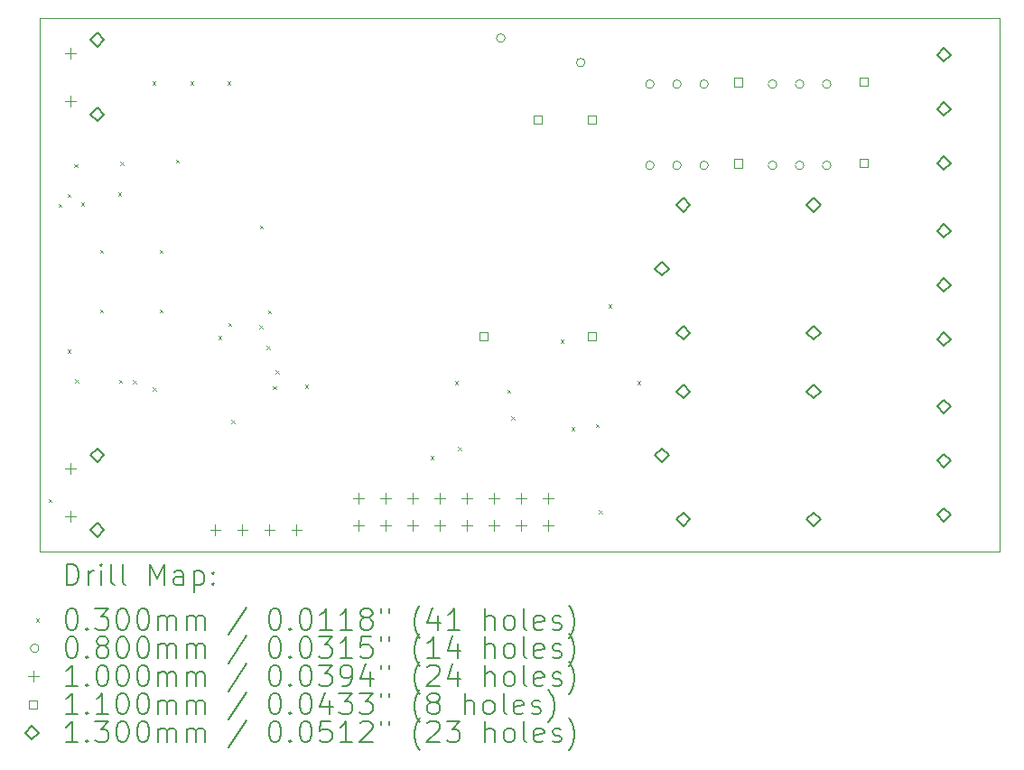
<source format=gbr>
%TF.GenerationSoftware,KiCad,Pcbnew,7.0.5-0*%
%TF.CreationDate,2023-07-10T19:12:47+02:00*%
%TF.ProjectId,CaptorBoard,43617074-6f72-4426-9f61-72642e6b6963,rev?*%
%TF.SameCoordinates,Original*%
%TF.FileFunction,Drillmap*%
%TF.FilePolarity,Positive*%
%FSLAX45Y45*%
G04 Gerber Fmt 4.5, Leading zero omitted, Abs format (unit mm)*
G04 Created by KiCad (PCBNEW 7.0.5-0) date 2023-07-10 19:12:47*
%MOMM*%
%LPD*%
G01*
G04 APERTURE LIST*
%ADD10C,0.100000*%
%ADD11C,0.200000*%
%ADD12C,0.030000*%
%ADD13C,0.080000*%
%ADD14C,0.110000*%
%ADD15C,0.130000*%
G04 APERTURE END LIST*
D10*
X9500000Y-5000000D02*
X18500000Y-5000000D01*
X9500000Y-10000000D02*
X9500000Y-5000000D01*
X18500000Y-10000000D02*
X9500000Y-10000000D01*
X18500000Y-5000000D02*
X18500000Y-10000000D01*
D11*
D12*
X9586200Y-9510000D02*
X9616200Y-9540000D01*
X9616200Y-9510000D02*
X9586200Y-9540000D01*
X9676917Y-6740677D02*
X9706917Y-6770677D01*
X9706917Y-6740677D02*
X9676917Y-6770677D01*
X9762757Y-6645550D02*
X9792757Y-6675550D01*
X9792757Y-6645550D02*
X9762757Y-6675550D01*
X9764000Y-8105380D02*
X9794000Y-8135380D01*
X9794000Y-8105380D02*
X9764000Y-8135380D01*
X9827500Y-6365480D02*
X9857500Y-6395480D01*
X9857500Y-6365480D02*
X9827500Y-6395480D01*
X9835050Y-8388350D02*
X9865050Y-8418350D01*
X9865050Y-8388350D02*
X9835050Y-8418350D01*
X9887943Y-6728183D02*
X9917943Y-6758183D01*
X9917943Y-6728183D02*
X9887943Y-6758183D01*
X10068800Y-7173200D02*
X10098800Y-7203200D01*
X10098800Y-7173200D02*
X10068800Y-7203200D01*
X10068800Y-7732000D02*
X10098800Y-7762000D01*
X10098800Y-7732000D02*
X10068800Y-7762000D01*
X10235000Y-6635000D02*
X10265000Y-6665000D01*
X10265000Y-6635000D02*
X10235000Y-6665000D01*
X10246600Y-8392400D02*
X10276600Y-8422400D01*
X10276600Y-8392400D02*
X10246600Y-8422400D01*
X10256760Y-6347700D02*
X10286760Y-6377700D01*
X10286760Y-6347700D02*
X10256760Y-6377700D01*
X10376140Y-8394940D02*
X10406140Y-8424940D01*
X10406140Y-8394940D02*
X10376140Y-8424940D01*
X10556480Y-5593320D02*
X10586480Y-5623320D01*
X10586480Y-5593320D02*
X10556480Y-5623320D01*
X10561560Y-8460980D02*
X10591560Y-8490980D01*
X10591560Y-8460980D02*
X10561560Y-8490980D01*
X10627600Y-7173200D02*
X10657600Y-7203200D01*
X10657600Y-7173200D02*
X10627600Y-7203200D01*
X10627600Y-7732000D02*
X10657600Y-7762000D01*
X10657600Y-7732000D02*
X10627600Y-7762000D01*
X10780000Y-6324840D02*
X10810000Y-6354840D01*
X10810000Y-6324840D02*
X10780000Y-6354840D01*
X10912080Y-5593320D02*
X10942080Y-5623320D01*
X10942080Y-5593320D02*
X10912080Y-5623320D01*
X11175000Y-7982570D02*
X11205000Y-8012570D01*
X11205000Y-7982570D02*
X11175000Y-8012570D01*
X11262600Y-5593320D02*
X11292600Y-5623320D01*
X11292600Y-5593320D02*
X11262600Y-5623320D01*
X11271435Y-7856950D02*
X11301435Y-7886950D01*
X11301435Y-7856950D02*
X11271435Y-7886950D01*
X11298160Y-8768320D02*
X11328160Y-8798320D01*
X11328160Y-8768320D02*
X11298160Y-8798320D01*
X11562320Y-7876780D02*
X11592320Y-7906780D01*
X11592320Y-7876780D02*
X11562320Y-7906780D01*
X11565000Y-6945000D02*
X11595000Y-6975000D01*
X11595000Y-6945000D02*
X11565000Y-6975000D01*
X11629763Y-8072570D02*
X11659763Y-8102570D01*
X11659763Y-8072570D02*
X11629763Y-8102570D01*
X11640170Y-7739620D02*
X11670170Y-7769620D01*
X11670170Y-7739620D02*
X11640170Y-7769620D01*
X11689320Y-8450820D02*
X11719320Y-8480820D01*
X11719320Y-8450820D02*
X11689320Y-8480820D01*
X11712180Y-8303500D02*
X11742180Y-8333500D01*
X11742180Y-8303500D02*
X11712180Y-8333500D01*
X11989040Y-8435580D02*
X12019040Y-8465580D01*
X12019040Y-8435580D02*
X11989040Y-8465580D01*
X13165000Y-9105000D02*
X13195000Y-9135000D01*
X13195000Y-9105000D02*
X13165000Y-9135000D01*
X13395000Y-8405000D02*
X13425000Y-8435000D01*
X13425000Y-8405000D02*
X13395000Y-8435000D01*
X13426452Y-9023548D02*
X13456452Y-9053548D01*
X13456452Y-9023548D02*
X13426452Y-9053548D01*
X13885000Y-8485000D02*
X13915000Y-8515000D01*
X13915000Y-8485000D02*
X13885000Y-8515000D01*
X13925000Y-8731550D02*
X13955000Y-8761550D01*
X13955000Y-8731550D02*
X13925000Y-8761550D01*
X14385000Y-8015000D02*
X14415000Y-8045000D01*
X14415000Y-8015000D02*
X14385000Y-8045000D01*
X14485000Y-8835000D02*
X14515000Y-8865000D01*
X14515000Y-8835000D02*
X14485000Y-8865000D01*
X14715000Y-8805000D02*
X14745000Y-8835000D01*
X14745000Y-8805000D02*
X14715000Y-8835000D01*
X14745000Y-9615000D02*
X14775000Y-9645000D01*
X14775000Y-9615000D02*
X14745000Y-9645000D01*
X14835000Y-7685000D02*
X14865000Y-7715000D01*
X14865000Y-7685000D02*
X14835000Y-7715000D01*
X15105000Y-8405000D02*
X15135000Y-8435000D01*
X15135000Y-8405000D02*
X15105000Y-8435000D01*
D13*
X13865000Y-5185000D02*
G75*
G03*
X13865000Y-5185000I-40000J0D01*
G01*
X14615000Y-5415000D02*
G75*
G03*
X14615000Y-5415000I-40000J0D01*
G01*
X15262500Y-5618000D02*
G75*
G03*
X15262500Y-5618000I-40000J0D01*
G01*
X15262500Y-6380000D02*
G75*
G03*
X15262500Y-6380000I-40000J0D01*
G01*
X15516500Y-5618000D02*
G75*
G03*
X15516500Y-5618000I-40000J0D01*
G01*
X15516500Y-6380000D02*
G75*
G03*
X15516500Y-6380000I-40000J0D01*
G01*
X15770500Y-5618000D02*
G75*
G03*
X15770500Y-5618000I-40000J0D01*
G01*
X15770500Y-6380000D02*
G75*
G03*
X15770500Y-6380000I-40000J0D01*
G01*
X16412500Y-5618000D02*
G75*
G03*
X16412500Y-5618000I-40000J0D01*
G01*
X16412500Y-6380000D02*
G75*
G03*
X16412500Y-6380000I-40000J0D01*
G01*
X16666500Y-5618000D02*
G75*
G03*
X16666500Y-5618000I-40000J0D01*
G01*
X16666500Y-6380000D02*
G75*
G03*
X16666500Y-6380000I-40000J0D01*
G01*
X16920500Y-5618000D02*
G75*
G03*
X16920500Y-5618000I-40000J0D01*
G01*
X16920500Y-6380000D02*
G75*
G03*
X16920500Y-6380000I-40000J0D01*
G01*
D10*
X9792500Y-5275000D02*
X9792500Y-5375000D01*
X9742500Y-5325000D02*
X9842500Y-5325000D01*
X9792500Y-5725000D02*
X9792500Y-5825000D01*
X9742500Y-5775000D02*
X9842500Y-5775000D01*
X9792500Y-9175000D02*
X9792500Y-9275000D01*
X9742500Y-9225000D02*
X9842500Y-9225000D01*
X9792500Y-9625000D02*
X9792500Y-9725000D01*
X9742500Y-9675000D02*
X9842500Y-9675000D01*
X11149060Y-9749320D02*
X11149060Y-9849320D01*
X11099060Y-9799320D02*
X11199060Y-9799320D01*
X11403060Y-9749320D02*
X11403060Y-9849320D01*
X11353060Y-9799320D02*
X11453060Y-9799320D01*
X11657060Y-9749320D02*
X11657060Y-9849320D01*
X11607060Y-9799320D02*
X11707060Y-9799320D01*
X11911060Y-9749320D02*
X11911060Y-9849320D01*
X11861060Y-9799320D02*
X11961060Y-9799320D01*
X12489180Y-9449600D02*
X12489180Y-9549600D01*
X12439180Y-9499600D02*
X12539180Y-9499600D01*
X12489180Y-9703600D02*
X12489180Y-9803600D01*
X12439180Y-9753600D02*
X12539180Y-9753600D01*
X12743180Y-9449600D02*
X12743180Y-9549600D01*
X12693180Y-9499600D02*
X12793180Y-9499600D01*
X12743180Y-9703600D02*
X12743180Y-9803600D01*
X12693180Y-9753600D02*
X12793180Y-9753600D01*
X12997180Y-9449600D02*
X12997180Y-9549600D01*
X12947180Y-9499600D02*
X13047180Y-9499600D01*
X12997180Y-9703600D02*
X12997180Y-9803600D01*
X12947180Y-9753600D02*
X13047180Y-9753600D01*
X13251180Y-9449600D02*
X13251180Y-9549600D01*
X13201180Y-9499600D02*
X13301180Y-9499600D01*
X13251180Y-9703600D02*
X13251180Y-9803600D01*
X13201180Y-9753600D02*
X13301180Y-9753600D01*
X13505180Y-9449600D02*
X13505180Y-9549600D01*
X13455180Y-9499600D02*
X13555180Y-9499600D01*
X13505180Y-9703600D02*
X13505180Y-9803600D01*
X13455180Y-9753600D02*
X13555180Y-9753600D01*
X13759180Y-9449600D02*
X13759180Y-9549600D01*
X13709180Y-9499600D02*
X13809180Y-9499600D01*
X13759180Y-9703600D02*
X13759180Y-9803600D01*
X13709180Y-9753600D02*
X13809180Y-9753600D01*
X14013180Y-9449600D02*
X14013180Y-9549600D01*
X13963180Y-9499600D02*
X14063180Y-9499600D01*
X14013180Y-9703600D02*
X14013180Y-9803600D01*
X13963180Y-9753600D02*
X14063180Y-9753600D01*
X14267180Y-9449600D02*
X14267180Y-9549600D01*
X14217180Y-9499600D02*
X14317180Y-9499600D01*
X14267180Y-9703600D02*
X14267180Y-9803600D01*
X14217180Y-9753600D02*
X14317180Y-9753600D01*
D14*
X13702891Y-8020891D02*
X13702891Y-7943109D01*
X13625109Y-7943109D01*
X13625109Y-8020891D01*
X13702891Y-8020891D01*
X14210891Y-5988891D02*
X14210891Y-5911109D01*
X14133109Y-5911109D01*
X14133109Y-5988891D01*
X14210891Y-5988891D01*
X14718891Y-5988891D02*
X14718891Y-5911109D01*
X14641109Y-5911109D01*
X14641109Y-5988891D01*
X14718891Y-5988891D01*
X14718891Y-8020891D02*
X14718891Y-7943109D01*
X14641109Y-7943109D01*
X14641109Y-8020891D01*
X14718891Y-8020891D01*
X16088891Y-5638891D02*
X16088891Y-5561109D01*
X16011109Y-5561109D01*
X16011109Y-5638891D01*
X16088891Y-5638891D01*
X16088891Y-6400891D02*
X16088891Y-6323109D01*
X16011109Y-6323109D01*
X16011109Y-6400891D01*
X16088891Y-6400891D01*
X17263891Y-5632891D02*
X17263891Y-5555109D01*
X17186109Y-5555109D01*
X17186109Y-5632891D01*
X17263891Y-5632891D01*
X17263891Y-6394891D02*
X17263891Y-6317109D01*
X17186109Y-6317109D01*
X17186109Y-6394891D01*
X17263891Y-6394891D01*
D15*
X10042500Y-5265000D02*
X10107500Y-5200000D01*
X10042500Y-5135000D01*
X9977500Y-5200000D01*
X10042500Y-5265000D01*
X10042500Y-5965000D02*
X10107500Y-5900000D01*
X10042500Y-5835000D01*
X9977500Y-5900000D01*
X10042500Y-5965000D01*
X10042500Y-9165000D02*
X10107500Y-9100000D01*
X10042500Y-9035000D01*
X9977500Y-9100000D01*
X10042500Y-9165000D01*
X10042500Y-9865000D02*
X10107500Y-9800000D01*
X10042500Y-9735000D01*
X9977500Y-9800000D01*
X10042500Y-9865000D01*
X15337250Y-7415000D02*
X15402250Y-7350000D01*
X15337250Y-7285000D01*
X15272250Y-7350000D01*
X15337250Y-7415000D01*
X15337250Y-9165000D02*
X15402250Y-9100000D01*
X15337250Y-9035000D01*
X15272250Y-9100000D01*
X15337250Y-9165000D01*
X15537250Y-6815000D02*
X15602250Y-6750000D01*
X15537250Y-6685000D01*
X15472250Y-6750000D01*
X15537250Y-6815000D01*
X15537250Y-8015000D02*
X15602250Y-7950000D01*
X15537250Y-7885000D01*
X15472250Y-7950000D01*
X15537250Y-8015000D01*
X15537250Y-8565000D02*
X15602250Y-8500000D01*
X15537250Y-8435000D01*
X15472250Y-8500000D01*
X15537250Y-8565000D01*
X15537250Y-9765000D02*
X15602250Y-9700000D01*
X15537250Y-9635000D01*
X15472250Y-9700000D01*
X15537250Y-9765000D01*
X16757250Y-6815000D02*
X16822250Y-6750000D01*
X16757250Y-6685000D01*
X16692250Y-6750000D01*
X16757250Y-6815000D01*
X16757250Y-8015000D02*
X16822250Y-7950000D01*
X16757250Y-7885000D01*
X16692250Y-7950000D01*
X16757250Y-8015000D01*
X16757250Y-8565000D02*
X16822250Y-8500000D01*
X16757250Y-8435000D01*
X16692250Y-8500000D01*
X16757250Y-8565000D01*
X16757250Y-9765000D02*
X16822250Y-9700000D01*
X16757250Y-9635000D01*
X16692250Y-9700000D01*
X16757250Y-9765000D01*
X17980500Y-5407500D02*
X18045500Y-5342500D01*
X17980500Y-5277500D01*
X17915500Y-5342500D01*
X17980500Y-5407500D01*
X17980500Y-5915500D02*
X18045500Y-5850500D01*
X17980500Y-5785500D01*
X17915500Y-5850500D01*
X17980500Y-5915500D01*
X17980500Y-6423500D02*
X18045500Y-6358500D01*
X17980500Y-6293500D01*
X17915500Y-6358500D01*
X17980500Y-6423500D01*
X17980500Y-7057500D02*
X18045500Y-6992500D01*
X17980500Y-6927500D01*
X17915500Y-6992500D01*
X17980500Y-7057500D01*
X17980500Y-7565500D02*
X18045500Y-7500500D01*
X17980500Y-7435500D01*
X17915500Y-7500500D01*
X17980500Y-7565500D01*
X17980500Y-8073500D02*
X18045500Y-8008500D01*
X17980500Y-7943500D01*
X17915500Y-8008500D01*
X17980500Y-8073500D01*
X17980500Y-8707500D02*
X18045500Y-8642500D01*
X17980500Y-8577500D01*
X17915500Y-8642500D01*
X17980500Y-8707500D01*
X17980500Y-9215500D02*
X18045500Y-9150500D01*
X17980500Y-9085500D01*
X17915500Y-9150500D01*
X17980500Y-9215500D01*
X17980500Y-9723500D02*
X18045500Y-9658500D01*
X17980500Y-9593500D01*
X17915500Y-9658500D01*
X17980500Y-9723500D01*
D11*
X9755777Y-10316484D02*
X9755777Y-10116484D01*
X9755777Y-10116484D02*
X9803396Y-10116484D01*
X9803396Y-10116484D02*
X9831967Y-10126008D01*
X9831967Y-10126008D02*
X9851015Y-10145055D01*
X9851015Y-10145055D02*
X9860539Y-10164103D01*
X9860539Y-10164103D02*
X9870063Y-10202198D01*
X9870063Y-10202198D02*
X9870063Y-10230770D01*
X9870063Y-10230770D02*
X9860539Y-10268865D01*
X9860539Y-10268865D02*
X9851015Y-10287912D01*
X9851015Y-10287912D02*
X9831967Y-10306960D01*
X9831967Y-10306960D02*
X9803396Y-10316484D01*
X9803396Y-10316484D02*
X9755777Y-10316484D01*
X9955777Y-10316484D02*
X9955777Y-10183150D01*
X9955777Y-10221246D02*
X9965301Y-10202198D01*
X9965301Y-10202198D02*
X9974824Y-10192674D01*
X9974824Y-10192674D02*
X9993872Y-10183150D01*
X9993872Y-10183150D02*
X10012920Y-10183150D01*
X10079586Y-10316484D02*
X10079586Y-10183150D01*
X10079586Y-10116484D02*
X10070063Y-10126008D01*
X10070063Y-10126008D02*
X10079586Y-10135531D01*
X10079586Y-10135531D02*
X10089110Y-10126008D01*
X10089110Y-10126008D02*
X10079586Y-10116484D01*
X10079586Y-10116484D02*
X10079586Y-10135531D01*
X10203396Y-10316484D02*
X10184348Y-10306960D01*
X10184348Y-10306960D02*
X10174824Y-10287912D01*
X10174824Y-10287912D02*
X10174824Y-10116484D01*
X10308158Y-10316484D02*
X10289110Y-10306960D01*
X10289110Y-10306960D02*
X10279586Y-10287912D01*
X10279586Y-10287912D02*
X10279586Y-10116484D01*
X10536729Y-10316484D02*
X10536729Y-10116484D01*
X10536729Y-10116484D02*
X10603396Y-10259341D01*
X10603396Y-10259341D02*
X10670063Y-10116484D01*
X10670063Y-10116484D02*
X10670063Y-10316484D01*
X10851015Y-10316484D02*
X10851015Y-10211722D01*
X10851015Y-10211722D02*
X10841491Y-10192674D01*
X10841491Y-10192674D02*
X10822444Y-10183150D01*
X10822444Y-10183150D02*
X10784348Y-10183150D01*
X10784348Y-10183150D02*
X10765301Y-10192674D01*
X10851015Y-10306960D02*
X10831967Y-10316484D01*
X10831967Y-10316484D02*
X10784348Y-10316484D01*
X10784348Y-10316484D02*
X10765301Y-10306960D01*
X10765301Y-10306960D02*
X10755777Y-10287912D01*
X10755777Y-10287912D02*
X10755777Y-10268865D01*
X10755777Y-10268865D02*
X10765301Y-10249817D01*
X10765301Y-10249817D02*
X10784348Y-10240293D01*
X10784348Y-10240293D02*
X10831967Y-10240293D01*
X10831967Y-10240293D02*
X10851015Y-10230770D01*
X10946253Y-10183150D02*
X10946253Y-10383150D01*
X10946253Y-10192674D02*
X10965301Y-10183150D01*
X10965301Y-10183150D02*
X11003396Y-10183150D01*
X11003396Y-10183150D02*
X11022444Y-10192674D01*
X11022444Y-10192674D02*
X11031967Y-10202198D01*
X11031967Y-10202198D02*
X11041491Y-10221246D01*
X11041491Y-10221246D02*
X11041491Y-10278389D01*
X11041491Y-10278389D02*
X11031967Y-10297436D01*
X11031967Y-10297436D02*
X11022444Y-10306960D01*
X11022444Y-10306960D02*
X11003396Y-10316484D01*
X11003396Y-10316484D02*
X10965301Y-10316484D01*
X10965301Y-10316484D02*
X10946253Y-10306960D01*
X11127205Y-10297436D02*
X11136729Y-10306960D01*
X11136729Y-10306960D02*
X11127205Y-10316484D01*
X11127205Y-10316484D02*
X11117682Y-10306960D01*
X11117682Y-10306960D02*
X11127205Y-10297436D01*
X11127205Y-10297436D02*
X11127205Y-10316484D01*
X11127205Y-10192674D02*
X11136729Y-10202198D01*
X11136729Y-10202198D02*
X11127205Y-10211722D01*
X11127205Y-10211722D02*
X11117682Y-10202198D01*
X11117682Y-10202198D02*
X11127205Y-10192674D01*
X11127205Y-10192674D02*
X11127205Y-10211722D01*
D12*
X9465000Y-10630000D02*
X9495000Y-10660000D01*
X9495000Y-10630000D02*
X9465000Y-10660000D01*
D11*
X9793872Y-10536484D02*
X9812920Y-10536484D01*
X9812920Y-10536484D02*
X9831967Y-10546008D01*
X9831967Y-10546008D02*
X9841491Y-10555531D01*
X9841491Y-10555531D02*
X9851015Y-10574579D01*
X9851015Y-10574579D02*
X9860539Y-10612674D01*
X9860539Y-10612674D02*
X9860539Y-10660293D01*
X9860539Y-10660293D02*
X9851015Y-10698389D01*
X9851015Y-10698389D02*
X9841491Y-10717436D01*
X9841491Y-10717436D02*
X9831967Y-10726960D01*
X9831967Y-10726960D02*
X9812920Y-10736484D01*
X9812920Y-10736484D02*
X9793872Y-10736484D01*
X9793872Y-10736484D02*
X9774824Y-10726960D01*
X9774824Y-10726960D02*
X9765301Y-10717436D01*
X9765301Y-10717436D02*
X9755777Y-10698389D01*
X9755777Y-10698389D02*
X9746253Y-10660293D01*
X9746253Y-10660293D02*
X9746253Y-10612674D01*
X9746253Y-10612674D02*
X9755777Y-10574579D01*
X9755777Y-10574579D02*
X9765301Y-10555531D01*
X9765301Y-10555531D02*
X9774824Y-10546008D01*
X9774824Y-10546008D02*
X9793872Y-10536484D01*
X9946253Y-10717436D02*
X9955777Y-10726960D01*
X9955777Y-10726960D02*
X9946253Y-10736484D01*
X9946253Y-10736484D02*
X9936729Y-10726960D01*
X9936729Y-10726960D02*
X9946253Y-10717436D01*
X9946253Y-10717436D02*
X9946253Y-10736484D01*
X10022444Y-10536484D02*
X10146253Y-10536484D01*
X10146253Y-10536484D02*
X10079586Y-10612674D01*
X10079586Y-10612674D02*
X10108158Y-10612674D01*
X10108158Y-10612674D02*
X10127205Y-10622198D01*
X10127205Y-10622198D02*
X10136729Y-10631722D01*
X10136729Y-10631722D02*
X10146253Y-10650770D01*
X10146253Y-10650770D02*
X10146253Y-10698389D01*
X10146253Y-10698389D02*
X10136729Y-10717436D01*
X10136729Y-10717436D02*
X10127205Y-10726960D01*
X10127205Y-10726960D02*
X10108158Y-10736484D01*
X10108158Y-10736484D02*
X10051015Y-10736484D01*
X10051015Y-10736484D02*
X10031967Y-10726960D01*
X10031967Y-10726960D02*
X10022444Y-10717436D01*
X10270063Y-10536484D02*
X10289110Y-10536484D01*
X10289110Y-10536484D02*
X10308158Y-10546008D01*
X10308158Y-10546008D02*
X10317682Y-10555531D01*
X10317682Y-10555531D02*
X10327205Y-10574579D01*
X10327205Y-10574579D02*
X10336729Y-10612674D01*
X10336729Y-10612674D02*
X10336729Y-10660293D01*
X10336729Y-10660293D02*
X10327205Y-10698389D01*
X10327205Y-10698389D02*
X10317682Y-10717436D01*
X10317682Y-10717436D02*
X10308158Y-10726960D01*
X10308158Y-10726960D02*
X10289110Y-10736484D01*
X10289110Y-10736484D02*
X10270063Y-10736484D01*
X10270063Y-10736484D02*
X10251015Y-10726960D01*
X10251015Y-10726960D02*
X10241491Y-10717436D01*
X10241491Y-10717436D02*
X10231967Y-10698389D01*
X10231967Y-10698389D02*
X10222444Y-10660293D01*
X10222444Y-10660293D02*
X10222444Y-10612674D01*
X10222444Y-10612674D02*
X10231967Y-10574579D01*
X10231967Y-10574579D02*
X10241491Y-10555531D01*
X10241491Y-10555531D02*
X10251015Y-10546008D01*
X10251015Y-10546008D02*
X10270063Y-10536484D01*
X10460539Y-10536484D02*
X10479586Y-10536484D01*
X10479586Y-10536484D02*
X10498634Y-10546008D01*
X10498634Y-10546008D02*
X10508158Y-10555531D01*
X10508158Y-10555531D02*
X10517682Y-10574579D01*
X10517682Y-10574579D02*
X10527205Y-10612674D01*
X10527205Y-10612674D02*
X10527205Y-10660293D01*
X10527205Y-10660293D02*
X10517682Y-10698389D01*
X10517682Y-10698389D02*
X10508158Y-10717436D01*
X10508158Y-10717436D02*
X10498634Y-10726960D01*
X10498634Y-10726960D02*
X10479586Y-10736484D01*
X10479586Y-10736484D02*
X10460539Y-10736484D01*
X10460539Y-10736484D02*
X10441491Y-10726960D01*
X10441491Y-10726960D02*
X10431967Y-10717436D01*
X10431967Y-10717436D02*
X10422444Y-10698389D01*
X10422444Y-10698389D02*
X10412920Y-10660293D01*
X10412920Y-10660293D02*
X10412920Y-10612674D01*
X10412920Y-10612674D02*
X10422444Y-10574579D01*
X10422444Y-10574579D02*
X10431967Y-10555531D01*
X10431967Y-10555531D02*
X10441491Y-10546008D01*
X10441491Y-10546008D02*
X10460539Y-10536484D01*
X10612920Y-10736484D02*
X10612920Y-10603150D01*
X10612920Y-10622198D02*
X10622444Y-10612674D01*
X10622444Y-10612674D02*
X10641491Y-10603150D01*
X10641491Y-10603150D02*
X10670063Y-10603150D01*
X10670063Y-10603150D02*
X10689110Y-10612674D01*
X10689110Y-10612674D02*
X10698634Y-10631722D01*
X10698634Y-10631722D02*
X10698634Y-10736484D01*
X10698634Y-10631722D02*
X10708158Y-10612674D01*
X10708158Y-10612674D02*
X10727205Y-10603150D01*
X10727205Y-10603150D02*
X10755777Y-10603150D01*
X10755777Y-10603150D02*
X10774825Y-10612674D01*
X10774825Y-10612674D02*
X10784348Y-10631722D01*
X10784348Y-10631722D02*
X10784348Y-10736484D01*
X10879586Y-10736484D02*
X10879586Y-10603150D01*
X10879586Y-10622198D02*
X10889110Y-10612674D01*
X10889110Y-10612674D02*
X10908158Y-10603150D01*
X10908158Y-10603150D02*
X10936729Y-10603150D01*
X10936729Y-10603150D02*
X10955777Y-10612674D01*
X10955777Y-10612674D02*
X10965301Y-10631722D01*
X10965301Y-10631722D02*
X10965301Y-10736484D01*
X10965301Y-10631722D02*
X10974825Y-10612674D01*
X10974825Y-10612674D02*
X10993872Y-10603150D01*
X10993872Y-10603150D02*
X11022444Y-10603150D01*
X11022444Y-10603150D02*
X11041491Y-10612674D01*
X11041491Y-10612674D02*
X11051015Y-10631722D01*
X11051015Y-10631722D02*
X11051015Y-10736484D01*
X11441491Y-10526960D02*
X11270063Y-10784103D01*
X11698634Y-10536484D02*
X11717682Y-10536484D01*
X11717682Y-10536484D02*
X11736729Y-10546008D01*
X11736729Y-10546008D02*
X11746253Y-10555531D01*
X11746253Y-10555531D02*
X11755777Y-10574579D01*
X11755777Y-10574579D02*
X11765301Y-10612674D01*
X11765301Y-10612674D02*
X11765301Y-10660293D01*
X11765301Y-10660293D02*
X11755777Y-10698389D01*
X11755777Y-10698389D02*
X11746253Y-10717436D01*
X11746253Y-10717436D02*
X11736729Y-10726960D01*
X11736729Y-10726960D02*
X11717682Y-10736484D01*
X11717682Y-10736484D02*
X11698634Y-10736484D01*
X11698634Y-10736484D02*
X11679586Y-10726960D01*
X11679586Y-10726960D02*
X11670063Y-10717436D01*
X11670063Y-10717436D02*
X11660539Y-10698389D01*
X11660539Y-10698389D02*
X11651015Y-10660293D01*
X11651015Y-10660293D02*
X11651015Y-10612674D01*
X11651015Y-10612674D02*
X11660539Y-10574579D01*
X11660539Y-10574579D02*
X11670063Y-10555531D01*
X11670063Y-10555531D02*
X11679586Y-10546008D01*
X11679586Y-10546008D02*
X11698634Y-10536484D01*
X11851015Y-10717436D02*
X11860539Y-10726960D01*
X11860539Y-10726960D02*
X11851015Y-10736484D01*
X11851015Y-10736484D02*
X11841491Y-10726960D01*
X11841491Y-10726960D02*
X11851015Y-10717436D01*
X11851015Y-10717436D02*
X11851015Y-10736484D01*
X11984348Y-10536484D02*
X12003396Y-10536484D01*
X12003396Y-10536484D02*
X12022444Y-10546008D01*
X12022444Y-10546008D02*
X12031967Y-10555531D01*
X12031967Y-10555531D02*
X12041491Y-10574579D01*
X12041491Y-10574579D02*
X12051015Y-10612674D01*
X12051015Y-10612674D02*
X12051015Y-10660293D01*
X12051015Y-10660293D02*
X12041491Y-10698389D01*
X12041491Y-10698389D02*
X12031967Y-10717436D01*
X12031967Y-10717436D02*
X12022444Y-10726960D01*
X12022444Y-10726960D02*
X12003396Y-10736484D01*
X12003396Y-10736484D02*
X11984348Y-10736484D01*
X11984348Y-10736484D02*
X11965301Y-10726960D01*
X11965301Y-10726960D02*
X11955777Y-10717436D01*
X11955777Y-10717436D02*
X11946253Y-10698389D01*
X11946253Y-10698389D02*
X11936729Y-10660293D01*
X11936729Y-10660293D02*
X11936729Y-10612674D01*
X11936729Y-10612674D02*
X11946253Y-10574579D01*
X11946253Y-10574579D02*
X11955777Y-10555531D01*
X11955777Y-10555531D02*
X11965301Y-10546008D01*
X11965301Y-10546008D02*
X11984348Y-10536484D01*
X12241491Y-10736484D02*
X12127206Y-10736484D01*
X12184348Y-10736484D02*
X12184348Y-10536484D01*
X12184348Y-10536484D02*
X12165301Y-10565055D01*
X12165301Y-10565055D02*
X12146253Y-10584103D01*
X12146253Y-10584103D02*
X12127206Y-10593627D01*
X12431967Y-10736484D02*
X12317682Y-10736484D01*
X12374825Y-10736484D02*
X12374825Y-10536484D01*
X12374825Y-10536484D02*
X12355777Y-10565055D01*
X12355777Y-10565055D02*
X12336729Y-10584103D01*
X12336729Y-10584103D02*
X12317682Y-10593627D01*
X12546253Y-10622198D02*
X12527206Y-10612674D01*
X12527206Y-10612674D02*
X12517682Y-10603150D01*
X12517682Y-10603150D02*
X12508158Y-10584103D01*
X12508158Y-10584103D02*
X12508158Y-10574579D01*
X12508158Y-10574579D02*
X12517682Y-10555531D01*
X12517682Y-10555531D02*
X12527206Y-10546008D01*
X12527206Y-10546008D02*
X12546253Y-10536484D01*
X12546253Y-10536484D02*
X12584348Y-10536484D01*
X12584348Y-10536484D02*
X12603396Y-10546008D01*
X12603396Y-10546008D02*
X12612920Y-10555531D01*
X12612920Y-10555531D02*
X12622444Y-10574579D01*
X12622444Y-10574579D02*
X12622444Y-10584103D01*
X12622444Y-10584103D02*
X12612920Y-10603150D01*
X12612920Y-10603150D02*
X12603396Y-10612674D01*
X12603396Y-10612674D02*
X12584348Y-10622198D01*
X12584348Y-10622198D02*
X12546253Y-10622198D01*
X12546253Y-10622198D02*
X12527206Y-10631722D01*
X12527206Y-10631722D02*
X12517682Y-10641246D01*
X12517682Y-10641246D02*
X12508158Y-10660293D01*
X12508158Y-10660293D02*
X12508158Y-10698389D01*
X12508158Y-10698389D02*
X12517682Y-10717436D01*
X12517682Y-10717436D02*
X12527206Y-10726960D01*
X12527206Y-10726960D02*
X12546253Y-10736484D01*
X12546253Y-10736484D02*
X12584348Y-10736484D01*
X12584348Y-10736484D02*
X12603396Y-10726960D01*
X12603396Y-10726960D02*
X12612920Y-10717436D01*
X12612920Y-10717436D02*
X12622444Y-10698389D01*
X12622444Y-10698389D02*
X12622444Y-10660293D01*
X12622444Y-10660293D02*
X12612920Y-10641246D01*
X12612920Y-10641246D02*
X12603396Y-10631722D01*
X12603396Y-10631722D02*
X12584348Y-10622198D01*
X12698634Y-10536484D02*
X12698634Y-10574579D01*
X12774825Y-10536484D02*
X12774825Y-10574579D01*
X13070063Y-10812674D02*
X13060539Y-10803150D01*
X13060539Y-10803150D02*
X13041491Y-10774579D01*
X13041491Y-10774579D02*
X13031968Y-10755531D01*
X13031968Y-10755531D02*
X13022444Y-10726960D01*
X13022444Y-10726960D02*
X13012920Y-10679341D01*
X13012920Y-10679341D02*
X13012920Y-10641246D01*
X13012920Y-10641246D02*
X13022444Y-10593627D01*
X13022444Y-10593627D02*
X13031968Y-10565055D01*
X13031968Y-10565055D02*
X13041491Y-10546008D01*
X13041491Y-10546008D02*
X13060539Y-10517436D01*
X13060539Y-10517436D02*
X13070063Y-10507912D01*
X13231968Y-10603150D02*
X13231968Y-10736484D01*
X13184348Y-10526960D02*
X13136729Y-10669817D01*
X13136729Y-10669817D02*
X13260539Y-10669817D01*
X13441491Y-10736484D02*
X13327206Y-10736484D01*
X13384348Y-10736484D02*
X13384348Y-10536484D01*
X13384348Y-10536484D02*
X13365301Y-10565055D01*
X13365301Y-10565055D02*
X13346253Y-10584103D01*
X13346253Y-10584103D02*
X13327206Y-10593627D01*
X13679587Y-10736484D02*
X13679587Y-10536484D01*
X13765301Y-10736484D02*
X13765301Y-10631722D01*
X13765301Y-10631722D02*
X13755777Y-10612674D01*
X13755777Y-10612674D02*
X13736730Y-10603150D01*
X13736730Y-10603150D02*
X13708158Y-10603150D01*
X13708158Y-10603150D02*
X13689110Y-10612674D01*
X13689110Y-10612674D02*
X13679587Y-10622198D01*
X13889110Y-10736484D02*
X13870063Y-10726960D01*
X13870063Y-10726960D02*
X13860539Y-10717436D01*
X13860539Y-10717436D02*
X13851015Y-10698389D01*
X13851015Y-10698389D02*
X13851015Y-10641246D01*
X13851015Y-10641246D02*
X13860539Y-10622198D01*
X13860539Y-10622198D02*
X13870063Y-10612674D01*
X13870063Y-10612674D02*
X13889110Y-10603150D01*
X13889110Y-10603150D02*
X13917682Y-10603150D01*
X13917682Y-10603150D02*
X13936730Y-10612674D01*
X13936730Y-10612674D02*
X13946253Y-10622198D01*
X13946253Y-10622198D02*
X13955777Y-10641246D01*
X13955777Y-10641246D02*
X13955777Y-10698389D01*
X13955777Y-10698389D02*
X13946253Y-10717436D01*
X13946253Y-10717436D02*
X13936730Y-10726960D01*
X13936730Y-10726960D02*
X13917682Y-10736484D01*
X13917682Y-10736484D02*
X13889110Y-10736484D01*
X14070063Y-10736484D02*
X14051015Y-10726960D01*
X14051015Y-10726960D02*
X14041491Y-10707912D01*
X14041491Y-10707912D02*
X14041491Y-10536484D01*
X14222444Y-10726960D02*
X14203396Y-10736484D01*
X14203396Y-10736484D02*
X14165301Y-10736484D01*
X14165301Y-10736484D02*
X14146253Y-10726960D01*
X14146253Y-10726960D02*
X14136730Y-10707912D01*
X14136730Y-10707912D02*
X14136730Y-10631722D01*
X14136730Y-10631722D02*
X14146253Y-10612674D01*
X14146253Y-10612674D02*
X14165301Y-10603150D01*
X14165301Y-10603150D02*
X14203396Y-10603150D01*
X14203396Y-10603150D02*
X14222444Y-10612674D01*
X14222444Y-10612674D02*
X14231968Y-10631722D01*
X14231968Y-10631722D02*
X14231968Y-10650770D01*
X14231968Y-10650770D02*
X14136730Y-10669817D01*
X14308158Y-10726960D02*
X14327206Y-10736484D01*
X14327206Y-10736484D02*
X14365301Y-10736484D01*
X14365301Y-10736484D02*
X14384349Y-10726960D01*
X14384349Y-10726960D02*
X14393872Y-10707912D01*
X14393872Y-10707912D02*
X14393872Y-10698389D01*
X14393872Y-10698389D02*
X14384349Y-10679341D01*
X14384349Y-10679341D02*
X14365301Y-10669817D01*
X14365301Y-10669817D02*
X14336730Y-10669817D01*
X14336730Y-10669817D02*
X14317682Y-10660293D01*
X14317682Y-10660293D02*
X14308158Y-10641246D01*
X14308158Y-10641246D02*
X14308158Y-10631722D01*
X14308158Y-10631722D02*
X14317682Y-10612674D01*
X14317682Y-10612674D02*
X14336730Y-10603150D01*
X14336730Y-10603150D02*
X14365301Y-10603150D01*
X14365301Y-10603150D02*
X14384349Y-10612674D01*
X14460539Y-10812674D02*
X14470063Y-10803150D01*
X14470063Y-10803150D02*
X14489111Y-10774579D01*
X14489111Y-10774579D02*
X14498634Y-10755531D01*
X14498634Y-10755531D02*
X14508158Y-10726960D01*
X14508158Y-10726960D02*
X14517682Y-10679341D01*
X14517682Y-10679341D02*
X14517682Y-10641246D01*
X14517682Y-10641246D02*
X14508158Y-10593627D01*
X14508158Y-10593627D02*
X14498634Y-10565055D01*
X14498634Y-10565055D02*
X14489111Y-10546008D01*
X14489111Y-10546008D02*
X14470063Y-10517436D01*
X14470063Y-10517436D02*
X14460539Y-10507912D01*
D13*
X9495000Y-10909000D02*
G75*
G03*
X9495000Y-10909000I-40000J0D01*
G01*
D11*
X9793872Y-10800484D02*
X9812920Y-10800484D01*
X9812920Y-10800484D02*
X9831967Y-10810008D01*
X9831967Y-10810008D02*
X9841491Y-10819531D01*
X9841491Y-10819531D02*
X9851015Y-10838579D01*
X9851015Y-10838579D02*
X9860539Y-10876674D01*
X9860539Y-10876674D02*
X9860539Y-10924293D01*
X9860539Y-10924293D02*
X9851015Y-10962389D01*
X9851015Y-10962389D02*
X9841491Y-10981436D01*
X9841491Y-10981436D02*
X9831967Y-10990960D01*
X9831967Y-10990960D02*
X9812920Y-11000484D01*
X9812920Y-11000484D02*
X9793872Y-11000484D01*
X9793872Y-11000484D02*
X9774824Y-10990960D01*
X9774824Y-10990960D02*
X9765301Y-10981436D01*
X9765301Y-10981436D02*
X9755777Y-10962389D01*
X9755777Y-10962389D02*
X9746253Y-10924293D01*
X9746253Y-10924293D02*
X9746253Y-10876674D01*
X9746253Y-10876674D02*
X9755777Y-10838579D01*
X9755777Y-10838579D02*
X9765301Y-10819531D01*
X9765301Y-10819531D02*
X9774824Y-10810008D01*
X9774824Y-10810008D02*
X9793872Y-10800484D01*
X9946253Y-10981436D02*
X9955777Y-10990960D01*
X9955777Y-10990960D02*
X9946253Y-11000484D01*
X9946253Y-11000484D02*
X9936729Y-10990960D01*
X9936729Y-10990960D02*
X9946253Y-10981436D01*
X9946253Y-10981436D02*
X9946253Y-11000484D01*
X10070063Y-10886198D02*
X10051015Y-10876674D01*
X10051015Y-10876674D02*
X10041491Y-10867150D01*
X10041491Y-10867150D02*
X10031967Y-10848103D01*
X10031967Y-10848103D02*
X10031967Y-10838579D01*
X10031967Y-10838579D02*
X10041491Y-10819531D01*
X10041491Y-10819531D02*
X10051015Y-10810008D01*
X10051015Y-10810008D02*
X10070063Y-10800484D01*
X10070063Y-10800484D02*
X10108158Y-10800484D01*
X10108158Y-10800484D02*
X10127205Y-10810008D01*
X10127205Y-10810008D02*
X10136729Y-10819531D01*
X10136729Y-10819531D02*
X10146253Y-10838579D01*
X10146253Y-10838579D02*
X10146253Y-10848103D01*
X10146253Y-10848103D02*
X10136729Y-10867150D01*
X10136729Y-10867150D02*
X10127205Y-10876674D01*
X10127205Y-10876674D02*
X10108158Y-10886198D01*
X10108158Y-10886198D02*
X10070063Y-10886198D01*
X10070063Y-10886198D02*
X10051015Y-10895722D01*
X10051015Y-10895722D02*
X10041491Y-10905246D01*
X10041491Y-10905246D02*
X10031967Y-10924293D01*
X10031967Y-10924293D02*
X10031967Y-10962389D01*
X10031967Y-10962389D02*
X10041491Y-10981436D01*
X10041491Y-10981436D02*
X10051015Y-10990960D01*
X10051015Y-10990960D02*
X10070063Y-11000484D01*
X10070063Y-11000484D02*
X10108158Y-11000484D01*
X10108158Y-11000484D02*
X10127205Y-10990960D01*
X10127205Y-10990960D02*
X10136729Y-10981436D01*
X10136729Y-10981436D02*
X10146253Y-10962389D01*
X10146253Y-10962389D02*
X10146253Y-10924293D01*
X10146253Y-10924293D02*
X10136729Y-10905246D01*
X10136729Y-10905246D02*
X10127205Y-10895722D01*
X10127205Y-10895722D02*
X10108158Y-10886198D01*
X10270063Y-10800484D02*
X10289110Y-10800484D01*
X10289110Y-10800484D02*
X10308158Y-10810008D01*
X10308158Y-10810008D02*
X10317682Y-10819531D01*
X10317682Y-10819531D02*
X10327205Y-10838579D01*
X10327205Y-10838579D02*
X10336729Y-10876674D01*
X10336729Y-10876674D02*
X10336729Y-10924293D01*
X10336729Y-10924293D02*
X10327205Y-10962389D01*
X10327205Y-10962389D02*
X10317682Y-10981436D01*
X10317682Y-10981436D02*
X10308158Y-10990960D01*
X10308158Y-10990960D02*
X10289110Y-11000484D01*
X10289110Y-11000484D02*
X10270063Y-11000484D01*
X10270063Y-11000484D02*
X10251015Y-10990960D01*
X10251015Y-10990960D02*
X10241491Y-10981436D01*
X10241491Y-10981436D02*
X10231967Y-10962389D01*
X10231967Y-10962389D02*
X10222444Y-10924293D01*
X10222444Y-10924293D02*
X10222444Y-10876674D01*
X10222444Y-10876674D02*
X10231967Y-10838579D01*
X10231967Y-10838579D02*
X10241491Y-10819531D01*
X10241491Y-10819531D02*
X10251015Y-10810008D01*
X10251015Y-10810008D02*
X10270063Y-10800484D01*
X10460539Y-10800484D02*
X10479586Y-10800484D01*
X10479586Y-10800484D02*
X10498634Y-10810008D01*
X10498634Y-10810008D02*
X10508158Y-10819531D01*
X10508158Y-10819531D02*
X10517682Y-10838579D01*
X10517682Y-10838579D02*
X10527205Y-10876674D01*
X10527205Y-10876674D02*
X10527205Y-10924293D01*
X10527205Y-10924293D02*
X10517682Y-10962389D01*
X10517682Y-10962389D02*
X10508158Y-10981436D01*
X10508158Y-10981436D02*
X10498634Y-10990960D01*
X10498634Y-10990960D02*
X10479586Y-11000484D01*
X10479586Y-11000484D02*
X10460539Y-11000484D01*
X10460539Y-11000484D02*
X10441491Y-10990960D01*
X10441491Y-10990960D02*
X10431967Y-10981436D01*
X10431967Y-10981436D02*
X10422444Y-10962389D01*
X10422444Y-10962389D02*
X10412920Y-10924293D01*
X10412920Y-10924293D02*
X10412920Y-10876674D01*
X10412920Y-10876674D02*
X10422444Y-10838579D01*
X10422444Y-10838579D02*
X10431967Y-10819531D01*
X10431967Y-10819531D02*
X10441491Y-10810008D01*
X10441491Y-10810008D02*
X10460539Y-10800484D01*
X10612920Y-11000484D02*
X10612920Y-10867150D01*
X10612920Y-10886198D02*
X10622444Y-10876674D01*
X10622444Y-10876674D02*
X10641491Y-10867150D01*
X10641491Y-10867150D02*
X10670063Y-10867150D01*
X10670063Y-10867150D02*
X10689110Y-10876674D01*
X10689110Y-10876674D02*
X10698634Y-10895722D01*
X10698634Y-10895722D02*
X10698634Y-11000484D01*
X10698634Y-10895722D02*
X10708158Y-10876674D01*
X10708158Y-10876674D02*
X10727205Y-10867150D01*
X10727205Y-10867150D02*
X10755777Y-10867150D01*
X10755777Y-10867150D02*
X10774825Y-10876674D01*
X10774825Y-10876674D02*
X10784348Y-10895722D01*
X10784348Y-10895722D02*
X10784348Y-11000484D01*
X10879586Y-11000484D02*
X10879586Y-10867150D01*
X10879586Y-10886198D02*
X10889110Y-10876674D01*
X10889110Y-10876674D02*
X10908158Y-10867150D01*
X10908158Y-10867150D02*
X10936729Y-10867150D01*
X10936729Y-10867150D02*
X10955777Y-10876674D01*
X10955777Y-10876674D02*
X10965301Y-10895722D01*
X10965301Y-10895722D02*
X10965301Y-11000484D01*
X10965301Y-10895722D02*
X10974825Y-10876674D01*
X10974825Y-10876674D02*
X10993872Y-10867150D01*
X10993872Y-10867150D02*
X11022444Y-10867150D01*
X11022444Y-10867150D02*
X11041491Y-10876674D01*
X11041491Y-10876674D02*
X11051015Y-10895722D01*
X11051015Y-10895722D02*
X11051015Y-11000484D01*
X11441491Y-10790960D02*
X11270063Y-11048103D01*
X11698634Y-10800484D02*
X11717682Y-10800484D01*
X11717682Y-10800484D02*
X11736729Y-10810008D01*
X11736729Y-10810008D02*
X11746253Y-10819531D01*
X11746253Y-10819531D02*
X11755777Y-10838579D01*
X11755777Y-10838579D02*
X11765301Y-10876674D01*
X11765301Y-10876674D02*
X11765301Y-10924293D01*
X11765301Y-10924293D02*
X11755777Y-10962389D01*
X11755777Y-10962389D02*
X11746253Y-10981436D01*
X11746253Y-10981436D02*
X11736729Y-10990960D01*
X11736729Y-10990960D02*
X11717682Y-11000484D01*
X11717682Y-11000484D02*
X11698634Y-11000484D01*
X11698634Y-11000484D02*
X11679586Y-10990960D01*
X11679586Y-10990960D02*
X11670063Y-10981436D01*
X11670063Y-10981436D02*
X11660539Y-10962389D01*
X11660539Y-10962389D02*
X11651015Y-10924293D01*
X11651015Y-10924293D02*
X11651015Y-10876674D01*
X11651015Y-10876674D02*
X11660539Y-10838579D01*
X11660539Y-10838579D02*
X11670063Y-10819531D01*
X11670063Y-10819531D02*
X11679586Y-10810008D01*
X11679586Y-10810008D02*
X11698634Y-10800484D01*
X11851015Y-10981436D02*
X11860539Y-10990960D01*
X11860539Y-10990960D02*
X11851015Y-11000484D01*
X11851015Y-11000484D02*
X11841491Y-10990960D01*
X11841491Y-10990960D02*
X11851015Y-10981436D01*
X11851015Y-10981436D02*
X11851015Y-11000484D01*
X11984348Y-10800484D02*
X12003396Y-10800484D01*
X12003396Y-10800484D02*
X12022444Y-10810008D01*
X12022444Y-10810008D02*
X12031967Y-10819531D01*
X12031967Y-10819531D02*
X12041491Y-10838579D01*
X12041491Y-10838579D02*
X12051015Y-10876674D01*
X12051015Y-10876674D02*
X12051015Y-10924293D01*
X12051015Y-10924293D02*
X12041491Y-10962389D01*
X12041491Y-10962389D02*
X12031967Y-10981436D01*
X12031967Y-10981436D02*
X12022444Y-10990960D01*
X12022444Y-10990960D02*
X12003396Y-11000484D01*
X12003396Y-11000484D02*
X11984348Y-11000484D01*
X11984348Y-11000484D02*
X11965301Y-10990960D01*
X11965301Y-10990960D02*
X11955777Y-10981436D01*
X11955777Y-10981436D02*
X11946253Y-10962389D01*
X11946253Y-10962389D02*
X11936729Y-10924293D01*
X11936729Y-10924293D02*
X11936729Y-10876674D01*
X11936729Y-10876674D02*
X11946253Y-10838579D01*
X11946253Y-10838579D02*
X11955777Y-10819531D01*
X11955777Y-10819531D02*
X11965301Y-10810008D01*
X11965301Y-10810008D02*
X11984348Y-10800484D01*
X12117682Y-10800484D02*
X12241491Y-10800484D01*
X12241491Y-10800484D02*
X12174825Y-10876674D01*
X12174825Y-10876674D02*
X12203396Y-10876674D01*
X12203396Y-10876674D02*
X12222444Y-10886198D01*
X12222444Y-10886198D02*
X12231967Y-10895722D01*
X12231967Y-10895722D02*
X12241491Y-10914770D01*
X12241491Y-10914770D02*
X12241491Y-10962389D01*
X12241491Y-10962389D02*
X12231967Y-10981436D01*
X12231967Y-10981436D02*
X12222444Y-10990960D01*
X12222444Y-10990960D02*
X12203396Y-11000484D01*
X12203396Y-11000484D02*
X12146253Y-11000484D01*
X12146253Y-11000484D02*
X12127206Y-10990960D01*
X12127206Y-10990960D02*
X12117682Y-10981436D01*
X12431967Y-11000484D02*
X12317682Y-11000484D01*
X12374825Y-11000484D02*
X12374825Y-10800484D01*
X12374825Y-10800484D02*
X12355777Y-10829055D01*
X12355777Y-10829055D02*
X12336729Y-10848103D01*
X12336729Y-10848103D02*
X12317682Y-10857627D01*
X12612920Y-10800484D02*
X12517682Y-10800484D01*
X12517682Y-10800484D02*
X12508158Y-10895722D01*
X12508158Y-10895722D02*
X12517682Y-10886198D01*
X12517682Y-10886198D02*
X12536729Y-10876674D01*
X12536729Y-10876674D02*
X12584348Y-10876674D01*
X12584348Y-10876674D02*
X12603396Y-10886198D01*
X12603396Y-10886198D02*
X12612920Y-10895722D01*
X12612920Y-10895722D02*
X12622444Y-10914770D01*
X12622444Y-10914770D02*
X12622444Y-10962389D01*
X12622444Y-10962389D02*
X12612920Y-10981436D01*
X12612920Y-10981436D02*
X12603396Y-10990960D01*
X12603396Y-10990960D02*
X12584348Y-11000484D01*
X12584348Y-11000484D02*
X12536729Y-11000484D01*
X12536729Y-11000484D02*
X12517682Y-10990960D01*
X12517682Y-10990960D02*
X12508158Y-10981436D01*
X12698634Y-10800484D02*
X12698634Y-10838579D01*
X12774825Y-10800484D02*
X12774825Y-10838579D01*
X13070063Y-11076674D02*
X13060539Y-11067150D01*
X13060539Y-11067150D02*
X13041491Y-11038579D01*
X13041491Y-11038579D02*
X13031968Y-11019531D01*
X13031968Y-11019531D02*
X13022444Y-10990960D01*
X13022444Y-10990960D02*
X13012920Y-10943341D01*
X13012920Y-10943341D02*
X13012920Y-10905246D01*
X13012920Y-10905246D02*
X13022444Y-10857627D01*
X13022444Y-10857627D02*
X13031968Y-10829055D01*
X13031968Y-10829055D02*
X13041491Y-10810008D01*
X13041491Y-10810008D02*
X13060539Y-10781436D01*
X13060539Y-10781436D02*
X13070063Y-10771912D01*
X13251015Y-11000484D02*
X13136729Y-11000484D01*
X13193872Y-11000484D02*
X13193872Y-10800484D01*
X13193872Y-10800484D02*
X13174825Y-10829055D01*
X13174825Y-10829055D02*
X13155777Y-10848103D01*
X13155777Y-10848103D02*
X13136729Y-10857627D01*
X13422444Y-10867150D02*
X13422444Y-11000484D01*
X13374825Y-10790960D02*
X13327206Y-10933817D01*
X13327206Y-10933817D02*
X13451015Y-10933817D01*
X13679587Y-11000484D02*
X13679587Y-10800484D01*
X13765301Y-11000484D02*
X13765301Y-10895722D01*
X13765301Y-10895722D02*
X13755777Y-10876674D01*
X13755777Y-10876674D02*
X13736730Y-10867150D01*
X13736730Y-10867150D02*
X13708158Y-10867150D01*
X13708158Y-10867150D02*
X13689110Y-10876674D01*
X13689110Y-10876674D02*
X13679587Y-10886198D01*
X13889110Y-11000484D02*
X13870063Y-10990960D01*
X13870063Y-10990960D02*
X13860539Y-10981436D01*
X13860539Y-10981436D02*
X13851015Y-10962389D01*
X13851015Y-10962389D02*
X13851015Y-10905246D01*
X13851015Y-10905246D02*
X13860539Y-10886198D01*
X13860539Y-10886198D02*
X13870063Y-10876674D01*
X13870063Y-10876674D02*
X13889110Y-10867150D01*
X13889110Y-10867150D02*
X13917682Y-10867150D01*
X13917682Y-10867150D02*
X13936730Y-10876674D01*
X13936730Y-10876674D02*
X13946253Y-10886198D01*
X13946253Y-10886198D02*
X13955777Y-10905246D01*
X13955777Y-10905246D02*
X13955777Y-10962389D01*
X13955777Y-10962389D02*
X13946253Y-10981436D01*
X13946253Y-10981436D02*
X13936730Y-10990960D01*
X13936730Y-10990960D02*
X13917682Y-11000484D01*
X13917682Y-11000484D02*
X13889110Y-11000484D01*
X14070063Y-11000484D02*
X14051015Y-10990960D01*
X14051015Y-10990960D02*
X14041491Y-10971912D01*
X14041491Y-10971912D02*
X14041491Y-10800484D01*
X14222444Y-10990960D02*
X14203396Y-11000484D01*
X14203396Y-11000484D02*
X14165301Y-11000484D01*
X14165301Y-11000484D02*
X14146253Y-10990960D01*
X14146253Y-10990960D02*
X14136730Y-10971912D01*
X14136730Y-10971912D02*
X14136730Y-10895722D01*
X14136730Y-10895722D02*
X14146253Y-10876674D01*
X14146253Y-10876674D02*
X14165301Y-10867150D01*
X14165301Y-10867150D02*
X14203396Y-10867150D01*
X14203396Y-10867150D02*
X14222444Y-10876674D01*
X14222444Y-10876674D02*
X14231968Y-10895722D01*
X14231968Y-10895722D02*
X14231968Y-10914770D01*
X14231968Y-10914770D02*
X14136730Y-10933817D01*
X14308158Y-10990960D02*
X14327206Y-11000484D01*
X14327206Y-11000484D02*
X14365301Y-11000484D01*
X14365301Y-11000484D02*
X14384349Y-10990960D01*
X14384349Y-10990960D02*
X14393872Y-10971912D01*
X14393872Y-10971912D02*
X14393872Y-10962389D01*
X14393872Y-10962389D02*
X14384349Y-10943341D01*
X14384349Y-10943341D02*
X14365301Y-10933817D01*
X14365301Y-10933817D02*
X14336730Y-10933817D01*
X14336730Y-10933817D02*
X14317682Y-10924293D01*
X14317682Y-10924293D02*
X14308158Y-10905246D01*
X14308158Y-10905246D02*
X14308158Y-10895722D01*
X14308158Y-10895722D02*
X14317682Y-10876674D01*
X14317682Y-10876674D02*
X14336730Y-10867150D01*
X14336730Y-10867150D02*
X14365301Y-10867150D01*
X14365301Y-10867150D02*
X14384349Y-10876674D01*
X14460539Y-11076674D02*
X14470063Y-11067150D01*
X14470063Y-11067150D02*
X14489111Y-11038579D01*
X14489111Y-11038579D02*
X14498634Y-11019531D01*
X14498634Y-11019531D02*
X14508158Y-10990960D01*
X14508158Y-10990960D02*
X14517682Y-10943341D01*
X14517682Y-10943341D02*
X14517682Y-10905246D01*
X14517682Y-10905246D02*
X14508158Y-10857627D01*
X14508158Y-10857627D02*
X14498634Y-10829055D01*
X14498634Y-10829055D02*
X14489111Y-10810008D01*
X14489111Y-10810008D02*
X14470063Y-10781436D01*
X14470063Y-10781436D02*
X14460539Y-10771912D01*
D10*
X9445000Y-11123000D02*
X9445000Y-11223000D01*
X9395000Y-11173000D02*
X9495000Y-11173000D01*
D11*
X9860539Y-11264484D02*
X9746253Y-11264484D01*
X9803396Y-11264484D02*
X9803396Y-11064484D01*
X9803396Y-11064484D02*
X9784348Y-11093055D01*
X9784348Y-11093055D02*
X9765301Y-11112103D01*
X9765301Y-11112103D02*
X9746253Y-11121627D01*
X9946253Y-11245436D02*
X9955777Y-11254960D01*
X9955777Y-11254960D02*
X9946253Y-11264484D01*
X9946253Y-11264484D02*
X9936729Y-11254960D01*
X9936729Y-11254960D02*
X9946253Y-11245436D01*
X9946253Y-11245436D02*
X9946253Y-11264484D01*
X10079586Y-11064484D02*
X10098634Y-11064484D01*
X10098634Y-11064484D02*
X10117682Y-11074008D01*
X10117682Y-11074008D02*
X10127205Y-11083531D01*
X10127205Y-11083531D02*
X10136729Y-11102579D01*
X10136729Y-11102579D02*
X10146253Y-11140674D01*
X10146253Y-11140674D02*
X10146253Y-11188293D01*
X10146253Y-11188293D02*
X10136729Y-11226388D01*
X10136729Y-11226388D02*
X10127205Y-11245436D01*
X10127205Y-11245436D02*
X10117682Y-11254960D01*
X10117682Y-11254960D02*
X10098634Y-11264484D01*
X10098634Y-11264484D02*
X10079586Y-11264484D01*
X10079586Y-11264484D02*
X10060539Y-11254960D01*
X10060539Y-11254960D02*
X10051015Y-11245436D01*
X10051015Y-11245436D02*
X10041491Y-11226388D01*
X10041491Y-11226388D02*
X10031967Y-11188293D01*
X10031967Y-11188293D02*
X10031967Y-11140674D01*
X10031967Y-11140674D02*
X10041491Y-11102579D01*
X10041491Y-11102579D02*
X10051015Y-11083531D01*
X10051015Y-11083531D02*
X10060539Y-11074008D01*
X10060539Y-11074008D02*
X10079586Y-11064484D01*
X10270063Y-11064484D02*
X10289110Y-11064484D01*
X10289110Y-11064484D02*
X10308158Y-11074008D01*
X10308158Y-11074008D02*
X10317682Y-11083531D01*
X10317682Y-11083531D02*
X10327205Y-11102579D01*
X10327205Y-11102579D02*
X10336729Y-11140674D01*
X10336729Y-11140674D02*
X10336729Y-11188293D01*
X10336729Y-11188293D02*
X10327205Y-11226388D01*
X10327205Y-11226388D02*
X10317682Y-11245436D01*
X10317682Y-11245436D02*
X10308158Y-11254960D01*
X10308158Y-11254960D02*
X10289110Y-11264484D01*
X10289110Y-11264484D02*
X10270063Y-11264484D01*
X10270063Y-11264484D02*
X10251015Y-11254960D01*
X10251015Y-11254960D02*
X10241491Y-11245436D01*
X10241491Y-11245436D02*
X10231967Y-11226388D01*
X10231967Y-11226388D02*
X10222444Y-11188293D01*
X10222444Y-11188293D02*
X10222444Y-11140674D01*
X10222444Y-11140674D02*
X10231967Y-11102579D01*
X10231967Y-11102579D02*
X10241491Y-11083531D01*
X10241491Y-11083531D02*
X10251015Y-11074008D01*
X10251015Y-11074008D02*
X10270063Y-11064484D01*
X10460539Y-11064484D02*
X10479586Y-11064484D01*
X10479586Y-11064484D02*
X10498634Y-11074008D01*
X10498634Y-11074008D02*
X10508158Y-11083531D01*
X10508158Y-11083531D02*
X10517682Y-11102579D01*
X10517682Y-11102579D02*
X10527205Y-11140674D01*
X10527205Y-11140674D02*
X10527205Y-11188293D01*
X10527205Y-11188293D02*
X10517682Y-11226388D01*
X10517682Y-11226388D02*
X10508158Y-11245436D01*
X10508158Y-11245436D02*
X10498634Y-11254960D01*
X10498634Y-11254960D02*
X10479586Y-11264484D01*
X10479586Y-11264484D02*
X10460539Y-11264484D01*
X10460539Y-11264484D02*
X10441491Y-11254960D01*
X10441491Y-11254960D02*
X10431967Y-11245436D01*
X10431967Y-11245436D02*
X10422444Y-11226388D01*
X10422444Y-11226388D02*
X10412920Y-11188293D01*
X10412920Y-11188293D02*
X10412920Y-11140674D01*
X10412920Y-11140674D02*
X10422444Y-11102579D01*
X10422444Y-11102579D02*
X10431967Y-11083531D01*
X10431967Y-11083531D02*
X10441491Y-11074008D01*
X10441491Y-11074008D02*
X10460539Y-11064484D01*
X10612920Y-11264484D02*
X10612920Y-11131150D01*
X10612920Y-11150198D02*
X10622444Y-11140674D01*
X10622444Y-11140674D02*
X10641491Y-11131150D01*
X10641491Y-11131150D02*
X10670063Y-11131150D01*
X10670063Y-11131150D02*
X10689110Y-11140674D01*
X10689110Y-11140674D02*
X10698634Y-11159722D01*
X10698634Y-11159722D02*
X10698634Y-11264484D01*
X10698634Y-11159722D02*
X10708158Y-11140674D01*
X10708158Y-11140674D02*
X10727205Y-11131150D01*
X10727205Y-11131150D02*
X10755777Y-11131150D01*
X10755777Y-11131150D02*
X10774825Y-11140674D01*
X10774825Y-11140674D02*
X10784348Y-11159722D01*
X10784348Y-11159722D02*
X10784348Y-11264484D01*
X10879586Y-11264484D02*
X10879586Y-11131150D01*
X10879586Y-11150198D02*
X10889110Y-11140674D01*
X10889110Y-11140674D02*
X10908158Y-11131150D01*
X10908158Y-11131150D02*
X10936729Y-11131150D01*
X10936729Y-11131150D02*
X10955777Y-11140674D01*
X10955777Y-11140674D02*
X10965301Y-11159722D01*
X10965301Y-11159722D02*
X10965301Y-11264484D01*
X10965301Y-11159722D02*
X10974825Y-11140674D01*
X10974825Y-11140674D02*
X10993872Y-11131150D01*
X10993872Y-11131150D02*
X11022444Y-11131150D01*
X11022444Y-11131150D02*
X11041491Y-11140674D01*
X11041491Y-11140674D02*
X11051015Y-11159722D01*
X11051015Y-11159722D02*
X11051015Y-11264484D01*
X11441491Y-11054960D02*
X11270063Y-11312103D01*
X11698634Y-11064484D02*
X11717682Y-11064484D01*
X11717682Y-11064484D02*
X11736729Y-11074008D01*
X11736729Y-11074008D02*
X11746253Y-11083531D01*
X11746253Y-11083531D02*
X11755777Y-11102579D01*
X11755777Y-11102579D02*
X11765301Y-11140674D01*
X11765301Y-11140674D02*
X11765301Y-11188293D01*
X11765301Y-11188293D02*
X11755777Y-11226388D01*
X11755777Y-11226388D02*
X11746253Y-11245436D01*
X11746253Y-11245436D02*
X11736729Y-11254960D01*
X11736729Y-11254960D02*
X11717682Y-11264484D01*
X11717682Y-11264484D02*
X11698634Y-11264484D01*
X11698634Y-11264484D02*
X11679586Y-11254960D01*
X11679586Y-11254960D02*
X11670063Y-11245436D01*
X11670063Y-11245436D02*
X11660539Y-11226388D01*
X11660539Y-11226388D02*
X11651015Y-11188293D01*
X11651015Y-11188293D02*
X11651015Y-11140674D01*
X11651015Y-11140674D02*
X11660539Y-11102579D01*
X11660539Y-11102579D02*
X11670063Y-11083531D01*
X11670063Y-11083531D02*
X11679586Y-11074008D01*
X11679586Y-11074008D02*
X11698634Y-11064484D01*
X11851015Y-11245436D02*
X11860539Y-11254960D01*
X11860539Y-11254960D02*
X11851015Y-11264484D01*
X11851015Y-11264484D02*
X11841491Y-11254960D01*
X11841491Y-11254960D02*
X11851015Y-11245436D01*
X11851015Y-11245436D02*
X11851015Y-11264484D01*
X11984348Y-11064484D02*
X12003396Y-11064484D01*
X12003396Y-11064484D02*
X12022444Y-11074008D01*
X12022444Y-11074008D02*
X12031967Y-11083531D01*
X12031967Y-11083531D02*
X12041491Y-11102579D01*
X12041491Y-11102579D02*
X12051015Y-11140674D01*
X12051015Y-11140674D02*
X12051015Y-11188293D01*
X12051015Y-11188293D02*
X12041491Y-11226388D01*
X12041491Y-11226388D02*
X12031967Y-11245436D01*
X12031967Y-11245436D02*
X12022444Y-11254960D01*
X12022444Y-11254960D02*
X12003396Y-11264484D01*
X12003396Y-11264484D02*
X11984348Y-11264484D01*
X11984348Y-11264484D02*
X11965301Y-11254960D01*
X11965301Y-11254960D02*
X11955777Y-11245436D01*
X11955777Y-11245436D02*
X11946253Y-11226388D01*
X11946253Y-11226388D02*
X11936729Y-11188293D01*
X11936729Y-11188293D02*
X11936729Y-11140674D01*
X11936729Y-11140674D02*
X11946253Y-11102579D01*
X11946253Y-11102579D02*
X11955777Y-11083531D01*
X11955777Y-11083531D02*
X11965301Y-11074008D01*
X11965301Y-11074008D02*
X11984348Y-11064484D01*
X12117682Y-11064484D02*
X12241491Y-11064484D01*
X12241491Y-11064484D02*
X12174825Y-11140674D01*
X12174825Y-11140674D02*
X12203396Y-11140674D01*
X12203396Y-11140674D02*
X12222444Y-11150198D01*
X12222444Y-11150198D02*
X12231967Y-11159722D01*
X12231967Y-11159722D02*
X12241491Y-11178770D01*
X12241491Y-11178770D02*
X12241491Y-11226388D01*
X12241491Y-11226388D02*
X12231967Y-11245436D01*
X12231967Y-11245436D02*
X12222444Y-11254960D01*
X12222444Y-11254960D02*
X12203396Y-11264484D01*
X12203396Y-11264484D02*
X12146253Y-11264484D01*
X12146253Y-11264484D02*
X12127206Y-11254960D01*
X12127206Y-11254960D02*
X12117682Y-11245436D01*
X12336729Y-11264484D02*
X12374825Y-11264484D01*
X12374825Y-11264484D02*
X12393872Y-11254960D01*
X12393872Y-11254960D02*
X12403396Y-11245436D01*
X12403396Y-11245436D02*
X12422444Y-11216865D01*
X12422444Y-11216865D02*
X12431967Y-11178770D01*
X12431967Y-11178770D02*
X12431967Y-11102579D01*
X12431967Y-11102579D02*
X12422444Y-11083531D01*
X12422444Y-11083531D02*
X12412920Y-11074008D01*
X12412920Y-11074008D02*
X12393872Y-11064484D01*
X12393872Y-11064484D02*
X12355777Y-11064484D01*
X12355777Y-11064484D02*
X12336729Y-11074008D01*
X12336729Y-11074008D02*
X12327206Y-11083531D01*
X12327206Y-11083531D02*
X12317682Y-11102579D01*
X12317682Y-11102579D02*
X12317682Y-11150198D01*
X12317682Y-11150198D02*
X12327206Y-11169246D01*
X12327206Y-11169246D02*
X12336729Y-11178770D01*
X12336729Y-11178770D02*
X12355777Y-11188293D01*
X12355777Y-11188293D02*
X12393872Y-11188293D01*
X12393872Y-11188293D02*
X12412920Y-11178770D01*
X12412920Y-11178770D02*
X12422444Y-11169246D01*
X12422444Y-11169246D02*
X12431967Y-11150198D01*
X12603396Y-11131150D02*
X12603396Y-11264484D01*
X12555777Y-11054960D02*
X12508158Y-11197817D01*
X12508158Y-11197817D02*
X12631967Y-11197817D01*
X12698634Y-11064484D02*
X12698634Y-11102579D01*
X12774825Y-11064484D02*
X12774825Y-11102579D01*
X13070063Y-11340674D02*
X13060539Y-11331150D01*
X13060539Y-11331150D02*
X13041491Y-11302579D01*
X13041491Y-11302579D02*
X13031968Y-11283531D01*
X13031968Y-11283531D02*
X13022444Y-11254960D01*
X13022444Y-11254960D02*
X13012920Y-11207341D01*
X13012920Y-11207341D02*
X13012920Y-11169246D01*
X13012920Y-11169246D02*
X13022444Y-11121627D01*
X13022444Y-11121627D02*
X13031968Y-11093055D01*
X13031968Y-11093055D02*
X13041491Y-11074008D01*
X13041491Y-11074008D02*
X13060539Y-11045436D01*
X13060539Y-11045436D02*
X13070063Y-11035912D01*
X13136729Y-11083531D02*
X13146253Y-11074008D01*
X13146253Y-11074008D02*
X13165301Y-11064484D01*
X13165301Y-11064484D02*
X13212920Y-11064484D01*
X13212920Y-11064484D02*
X13231968Y-11074008D01*
X13231968Y-11074008D02*
X13241491Y-11083531D01*
X13241491Y-11083531D02*
X13251015Y-11102579D01*
X13251015Y-11102579D02*
X13251015Y-11121627D01*
X13251015Y-11121627D02*
X13241491Y-11150198D01*
X13241491Y-11150198D02*
X13127206Y-11264484D01*
X13127206Y-11264484D02*
X13251015Y-11264484D01*
X13422444Y-11131150D02*
X13422444Y-11264484D01*
X13374825Y-11054960D02*
X13327206Y-11197817D01*
X13327206Y-11197817D02*
X13451015Y-11197817D01*
X13679587Y-11264484D02*
X13679587Y-11064484D01*
X13765301Y-11264484D02*
X13765301Y-11159722D01*
X13765301Y-11159722D02*
X13755777Y-11140674D01*
X13755777Y-11140674D02*
X13736730Y-11131150D01*
X13736730Y-11131150D02*
X13708158Y-11131150D01*
X13708158Y-11131150D02*
X13689110Y-11140674D01*
X13689110Y-11140674D02*
X13679587Y-11150198D01*
X13889110Y-11264484D02*
X13870063Y-11254960D01*
X13870063Y-11254960D02*
X13860539Y-11245436D01*
X13860539Y-11245436D02*
X13851015Y-11226388D01*
X13851015Y-11226388D02*
X13851015Y-11169246D01*
X13851015Y-11169246D02*
X13860539Y-11150198D01*
X13860539Y-11150198D02*
X13870063Y-11140674D01*
X13870063Y-11140674D02*
X13889110Y-11131150D01*
X13889110Y-11131150D02*
X13917682Y-11131150D01*
X13917682Y-11131150D02*
X13936730Y-11140674D01*
X13936730Y-11140674D02*
X13946253Y-11150198D01*
X13946253Y-11150198D02*
X13955777Y-11169246D01*
X13955777Y-11169246D02*
X13955777Y-11226388D01*
X13955777Y-11226388D02*
X13946253Y-11245436D01*
X13946253Y-11245436D02*
X13936730Y-11254960D01*
X13936730Y-11254960D02*
X13917682Y-11264484D01*
X13917682Y-11264484D02*
X13889110Y-11264484D01*
X14070063Y-11264484D02*
X14051015Y-11254960D01*
X14051015Y-11254960D02*
X14041491Y-11235912D01*
X14041491Y-11235912D02*
X14041491Y-11064484D01*
X14222444Y-11254960D02*
X14203396Y-11264484D01*
X14203396Y-11264484D02*
X14165301Y-11264484D01*
X14165301Y-11264484D02*
X14146253Y-11254960D01*
X14146253Y-11254960D02*
X14136730Y-11235912D01*
X14136730Y-11235912D02*
X14136730Y-11159722D01*
X14136730Y-11159722D02*
X14146253Y-11140674D01*
X14146253Y-11140674D02*
X14165301Y-11131150D01*
X14165301Y-11131150D02*
X14203396Y-11131150D01*
X14203396Y-11131150D02*
X14222444Y-11140674D01*
X14222444Y-11140674D02*
X14231968Y-11159722D01*
X14231968Y-11159722D02*
X14231968Y-11178770D01*
X14231968Y-11178770D02*
X14136730Y-11197817D01*
X14308158Y-11254960D02*
X14327206Y-11264484D01*
X14327206Y-11264484D02*
X14365301Y-11264484D01*
X14365301Y-11264484D02*
X14384349Y-11254960D01*
X14384349Y-11254960D02*
X14393872Y-11235912D01*
X14393872Y-11235912D02*
X14393872Y-11226388D01*
X14393872Y-11226388D02*
X14384349Y-11207341D01*
X14384349Y-11207341D02*
X14365301Y-11197817D01*
X14365301Y-11197817D02*
X14336730Y-11197817D01*
X14336730Y-11197817D02*
X14317682Y-11188293D01*
X14317682Y-11188293D02*
X14308158Y-11169246D01*
X14308158Y-11169246D02*
X14308158Y-11159722D01*
X14308158Y-11159722D02*
X14317682Y-11140674D01*
X14317682Y-11140674D02*
X14336730Y-11131150D01*
X14336730Y-11131150D02*
X14365301Y-11131150D01*
X14365301Y-11131150D02*
X14384349Y-11140674D01*
X14460539Y-11340674D02*
X14470063Y-11331150D01*
X14470063Y-11331150D02*
X14489111Y-11302579D01*
X14489111Y-11302579D02*
X14498634Y-11283531D01*
X14498634Y-11283531D02*
X14508158Y-11254960D01*
X14508158Y-11254960D02*
X14517682Y-11207341D01*
X14517682Y-11207341D02*
X14517682Y-11169246D01*
X14517682Y-11169246D02*
X14508158Y-11121627D01*
X14508158Y-11121627D02*
X14498634Y-11093055D01*
X14498634Y-11093055D02*
X14489111Y-11074008D01*
X14489111Y-11074008D02*
X14470063Y-11045436D01*
X14470063Y-11045436D02*
X14460539Y-11035912D01*
D14*
X9478891Y-11475891D02*
X9478891Y-11398109D01*
X9401109Y-11398109D01*
X9401109Y-11475891D01*
X9478891Y-11475891D01*
D11*
X9860539Y-11528484D02*
X9746253Y-11528484D01*
X9803396Y-11528484D02*
X9803396Y-11328484D01*
X9803396Y-11328484D02*
X9784348Y-11357055D01*
X9784348Y-11357055D02*
X9765301Y-11376103D01*
X9765301Y-11376103D02*
X9746253Y-11385627D01*
X9946253Y-11509436D02*
X9955777Y-11518960D01*
X9955777Y-11518960D02*
X9946253Y-11528484D01*
X9946253Y-11528484D02*
X9936729Y-11518960D01*
X9936729Y-11518960D02*
X9946253Y-11509436D01*
X9946253Y-11509436D02*
X9946253Y-11528484D01*
X10146253Y-11528484D02*
X10031967Y-11528484D01*
X10089110Y-11528484D02*
X10089110Y-11328484D01*
X10089110Y-11328484D02*
X10070063Y-11357055D01*
X10070063Y-11357055D02*
X10051015Y-11376103D01*
X10051015Y-11376103D02*
X10031967Y-11385627D01*
X10270063Y-11328484D02*
X10289110Y-11328484D01*
X10289110Y-11328484D02*
X10308158Y-11338008D01*
X10308158Y-11338008D02*
X10317682Y-11347531D01*
X10317682Y-11347531D02*
X10327205Y-11366579D01*
X10327205Y-11366579D02*
X10336729Y-11404674D01*
X10336729Y-11404674D02*
X10336729Y-11452293D01*
X10336729Y-11452293D02*
X10327205Y-11490388D01*
X10327205Y-11490388D02*
X10317682Y-11509436D01*
X10317682Y-11509436D02*
X10308158Y-11518960D01*
X10308158Y-11518960D02*
X10289110Y-11528484D01*
X10289110Y-11528484D02*
X10270063Y-11528484D01*
X10270063Y-11528484D02*
X10251015Y-11518960D01*
X10251015Y-11518960D02*
X10241491Y-11509436D01*
X10241491Y-11509436D02*
X10231967Y-11490388D01*
X10231967Y-11490388D02*
X10222444Y-11452293D01*
X10222444Y-11452293D02*
X10222444Y-11404674D01*
X10222444Y-11404674D02*
X10231967Y-11366579D01*
X10231967Y-11366579D02*
X10241491Y-11347531D01*
X10241491Y-11347531D02*
X10251015Y-11338008D01*
X10251015Y-11338008D02*
X10270063Y-11328484D01*
X10460539Y-11328484D02*
X10479586Y-11328484D01*
X10479586Y-11328484D02*
X10498634Y-11338008D01*
X10498634Y-11338008D02*
X10508158Y-11347531D01*
X10508158Y-11347531D02*
X10517682Y-11366579D01*
X10517682Y-11366579D02*
X10527205Y-11404674D01*
X10527205Y-11404674D02*
X10527205Y-11452293D01*
X10527205Y-11452293D02*
X10517682Y-11490388D01*
X10517682Y-11490388D02*
X10508158Y-11509436D01*
X10508158Y-11509436D02*
X10498634Y-11518960D01*
X10498634Y-11518960D02*
X10479586Y-11528484D01*
X10479586Y-11528484D02*
X10460539Y-11528484D01*
X10460539Y-11528484D02*
X10441491Y-11518960D01*
X10441491Y-11518960D02*
X10431967Y-11509436D01*
X10431967Y-11509436D02*
X10422444Y-11490388D01*
X10422444Y-11490388D02*
X10412920Y-11452293D01*
X10412920Y-11452293D02*
X10412920Y-11404674D01*
X10412920Y-11404674D02*
X10422444Y-11366579D01*
X10422444Y-11366579D02*
X10431967Y-11347531D01*
X10431967Y-11347531D02*
X10441491Y-11338008D01*
X10441491Y-11338008D02*
X10460539Y-11328484D01*
X10612920Y-11528484D02*
X10612920Y-11395150D01*
X10612920Y-11414198D02*
X10622444Y-11404674D01*
X10622444Y-11404674D02*
X10641491Y-11395150D01*
X10641491Y-11395150D02*
X10670063Y-11395150D01*
X10670063Y-11395150D02*
X10689110Y-11404674D01*
X10689110Y-11404674D02*
X10698634Y-11423722D01*
X10698634Y-11423722D02*
X10698634Y-11528484D01*
X10698634Y-11423722D02*
X10708158Y-11404674D01*
X10708158Y-11404674D02*
X10727205Y-11395150D01*
X10727205Y-11395150D02*
X10755777Y-11395150D01*
X10755777Y-11395150D02*
X10774825Y-11404674D01*
X10774825Y-11404674D02*
X10784348Y-11423722D01*
X10784348Y-11423722D02*
X10784348Y-11528484D01*
X10879586Y-11528484D02*
X10879586Y-11395150D01*
X10879586Y-11414198D02*
X10889110Y-11404674D01*
X10889110Y-11404674D02*
X10908158Y-11395150D01*
X10908158Y-11395150D02*
X10936729Y-11395150D01*
X10936729Y-11395150D02*
X10955777Y-11404674D01*
X10955777Y-11404674D02*
X10965301Y-11423722D01*
X10965301Y-11423722D02*
X10965301Y-11528484D01*
X10965301Y-11423722D02*
X10974825Y-11404674D01*
X10974825Y-11404674D02*
X10993872Y-11395150D01*
X10993872Y-11395150D02*
X11022444Y-11395150D01*
X11022444Y-11395150D02*
X11041491Y-11404674D01*
X11041491Y-11404674D02*
X11051015Y-11423722D01*
X11051015Y-11423722D02*
X11051015Y-11528484D01*
X11441491Y-11318960D02*
X11270063Y-11576103D01*
X11698634Y-11328484D02*
X11717682Y-11328484D01*
X11717682Y-11328484D02*
X11736729Y-11338008D01*
X11736729Y-11338008D02*
X11746253Y-11347531D01*
X11746253Y-11347531D02*
X11755777Y-11366579D01*
X11755777Y-11366579D02*
X11765301Y-11404674D01*
X11765301Y-11404674D02*
X11765301Y-11452293D01*
X11765301Y-11452293D02*
X11755777Y-11490388D01*
X11755777Y-11490388D02*
X11746253Y-11509436D01*
X11746253Y-11509436D02*
X11736729Y-11518960D01*
X11736729Y-11518960D02*
X11717682Y-11528484D01*
X11717682Y-11528484D02*
X11698634Y-11528484D01*
X11698634Y-11528484D02*
X11679586Y-11518960D01*
X11679586Y-11518960D02*
X11670063Y-11509436D01*
X11670063Y-11509436D02*
X11660539Y-11490388D01*
X11660539Y-11490388D02*
X11651015Y-11452293D01*
X11651015Y-11452293D02*
X11651015Y-11404674D01*
X11651015Y-11404674D02*
X11660539Y-11366579D01*
X11660539Y-11366579D02*
X11670063Y-11347531D01*
X11670063Y-11347531D02*
X11679586Y-11338008D01*
X11679586Y-11338008D02*
X11698634Y-11328484D01*
X11851015Y-11509436D02*
X11860539Y-11518960D01*
X11860539Y-11518960D02*
X11851015Y-11528484D01*
X11851015Y-11528484D02*
X11841491Y-11518960D01*
X11841491Y-11518960D02*
X11851015Y-11509436D01*
X11851015Y-11509436D02*
X11851015Y-11528484D01*
X11984348Y-11328484D02*
X12003396Y-11328484D01*
X12003396Y-11328484D02*
X12022444Y-11338008D01*
X12022444Y-11338008D02*
X12031967Y-11347531D01*
X12031967Y-11347531D02*
X12041491Y-11366579D01*
X12041491Y-11366579D02*
X12051015Y-11404674D01*
X12051015Y-11404674D02*
X12051015Y-11452293D01*
X12051015Y-11452293D02*
X12041491Y-11490388D01*
X12041491Y-11490388D02*
X12031967Y-11509436D01*
X12031967Y-11509436D02*
X12022444Y-11518960D01*
X12022444Y-11518960D02*
X12003396Y-11528484D01*
X12003396Y-11528484D02*
X11984348Y-11528484D01*
X11984348Y-11528484D02*
X11965301Y-11518960D01*
X11965301Y-11518960D02*
X11955777Y-11509436D01*
X11955777Y-11509436D02*
X11946253Y-11490388D01*
X11946253Y-11490388D02*
X11936729Y-11452293D01*
X11936729Y-11452293D02*
X11936729Y-11404674D01*
X11936729Y-11404674D02*
X11946253Y-11366579D01*
X11946253Y-11366579D02*
X11955777Y-11347531D01*
X11955777Y-11347531D02*
X11965301Y-11338008D01*
X11965301Y-11338008D02*
X11984348Y-11328484D01*
X12222444Y-11395150D02*
X12222444Y-11528484D01*
X12174825Y-11318960D02*
X12127206Y-11461817D01*
X12127206Y-11461817D02*
X12251015Y-11461817D01*
X12308158Y-11328484D02*
X12431967Y-11328484D01*
X12431967Y-11328484D02*
X12365301Y-11404674D01*
X12365301Y-11404674D02*
X12393872Y-11404674D01*
X12393872Y-11404674D02*
X12412920Y-11414198D01*
X12412920Y-11414198D02*
X12422444Y-11423722D01*
X12422444Y-11423722D02*
X12431967Y-11442769D01*
X12431967Y-11442769D02*
X12431967Y-11490388D01*
X12431967Y-11490388D02*
X12422444Y-11509436D01*
X12422444Y-11509436D02*
X12412920Y-11518960D01*
X12412920Y-11518960D02*
X12393872Y-11528484D01*
X12393872Y-11528484D02*
X12336729Y-11528484D01*
X12336729Y-11528484D02*
X12317682Y-11518960D01*
X12317682Y-11518960D02*
X12308158Y-11509436D01*
X12498634Y-11328484D02*
X12622444Y-11328484D01*
X12622444Y-11328484D02*
X12555777Y-11404674D01*
X12555777Y-11404674D02*
X12584348Y-11404674D01*
X12584348Y-11404674D02*
X12603396Y-11414198D01*
X12603396Y-11414198D02*
X12612920Y-11423722D01*
X12612920Y-11423722D02*
X12622444Y-11442769D01*
X12622444Y-11442769D02*
X12622444Y-11490388D01*
X12622444Y-11490388D02*
X12612920Y-11509436D01*
X12612920Y-11509436D02*
X12603396Y-11518960D01*
X12603396Y-11518960D02*
X12584348Y-11528484D01*
X12584348Y-11528484D02*
X12527206Y-11528484D01*
X12527206Y-11528484D02*
X12508158Y-11518960D01*
X12508158Y-11518960D02*
X12498634Y-11509436D01*
X12698634Y-11328484D02*
X12698634Y-11366579D01*
X12774825Y-11328484D02*
X12774825Y-11366579D01*
X13070063Y-11604674D02*
X13060539Y-11595150D01*
X13060539Y-11595150D02*
X13041491Y-11566579D01*
X13041491Y-11566579D02*
X13031968Y-11547531D01*
X13031968Y-11547531D02*
X13022444Y-11518960D01*
X13022444Y-11518960D02*
X13012920Y-11471341D01*
X13012920Y-11471341D02*
X13012920Y-11433246D01*
X13012920Y-11433246D02*
X13022444Y-11385627D01*
X13022444Y-11385627D02*
X13031968Y-11357055D01*
X13031968Y-11357055D02*
X13041491Y-11338008D01*
X13041491Y-11338008D02*
X13060539Y-11309436D01*
X13060539Y-11309436D02*
X13070063Y-11299912D01*
X13174825Y-11414198D02*
X13155777Y-11404674D01*
X13155777Y-11404674D02*
X13146253Y-11395150D01*
X13146253Y-11395150D02*
X13136729Y-11376103D01*
X13136729Y-11376103D02*
X13136729Y-11366579D01*
X13136729Y-11366579D02*
X13146253Y-11347531D01*
X13146253Y-11347531D02*
X13155777Y-11338008D01*
X13155777Y-11338008D02*
X13174825Y-11328484D01*
X13174825Y-11328484D02*
X13212920Y-11328484D01*
X13212920Y-11328484D02*
X13231968Y-11338008D01*
X13231968Y-11338008D02*
X13241491Y-11347531D01*
X13241491Y-11347531D02*
X13251015Y-11366579D01*
X13251015Y-11366579D02*
X13251015Y-11376103D01*
X13251015Y-11376103D02*
X13241491Y-11395150D01*
X13241491Y-11395150D02*
X13231968Y-11404674D01*
X13231968Y-11404674D02*
X13212920Y-11414198D01*
X13212920Y-11414198D02*
X13174825Y-11414198D01*
X13174825Y-11414198D02*
X13155777Y-11423722D01*
X13155777Y-11423722D02*
X13146253Y-11433246D01*
X13146253Y-11433246D02*
X13136729Y-11452293D01*
X13136729Y-11452293D02*
X13136729Y-11490388D01*
X13136729Y-11490388D02*
X13146253Y-11509436D01*
X13146253Y-11509436D02*
X13155777Y-11518960D01*
X13155777Y-11518960D02*
X13174825Y-11528484D01*
X13174825Y-11528484D02*
X13212920Y-11528484D01*
X13212920Y-11528484D02*
X13231968Y-11518960D01*
X13231968Y-11518960D02*
X13241491Y-11509436D01*
X13241491Y-11509436D02*
X13251015Y-11490388D01*
X13251015Y-11490388D02*
X13251015Y-11452293D01*
X13251015Y-11452293D02*
X13241491Y-11433246D01*
X13241491Y-11433246D02*
X13231968Y-11423722D01*
X13231968Y-11423722D02*
X13212920Y-11414198D01*
X13489110Y-11528484D02*
X13489110Y-11328484D01*
X13574825Y-11528484D02*
X13574825Y-11423722D01*
X13574825Y-11423722D02*
X13565301Y-11404674D01*
X13565301Y-11404674D02*
X13546253Y-11395150D01*
X13546253Y-11395150D02*
X13517682Y-11395150D01*
X13517682Y-11395150D02*
X13498634Y-11404674D01*
X13498634Y-11404674D02*
X13489110Y-11414198D01*
X13698634Y-11528484D02*
X13679587Y-11518960D01*
X13679587Y-11518960D02*
X13670063Y-11509436D01*
X13670063Y-11509436D02*
X13660539Y-11490388D01*
X13660539Y-11490388D02*
X13660539Y-11433246D01*
X13660539Y-11433246D02*
X13670063Y-11414198D01*
X13670063Y-11414198D02*
X13679587Y-11404674D01*
X13679587Y-11404674D02*
X13698634Y-11395150D01*
X13698634Y-11395150D02*
X13727206Y-11395150D01*
X13727206Y-11395150D02*
X13746253Y-11404674D01*
X13746253Y-11404674D02*
X13755777Y-11414198D01*
X13755777Y-11414198D02*
X13765301Y-11433246D01*
X13765301Y-11433246D02*
X13765301Y-11490388D01*
X13765301Y-11490388D02*
X13755777Y-11509436D01*
X13755777Y-11509436D02*
X13746253Y-11518960D01*
X13746253Y-11518960D02*
X13727206Y-11528484D01*
X13727206Y-11528484D02*
X13698634Y-11528484D01*
X13879587Y-11528484D02*
X13860539Y-11518960D01*
X13860539Y-11518960D02*
X13851015Y-11499912D01*
X13851015Y-11499912D02*
X13851015Y-11328484D01*
X14031968Y-11518960D02*
X14012920Y-11528484D01*
X14012920Y-11528484D02*
X13974825Y-11528484D01*
X13974825Y-11528484D02*
X13955777Y-11518960D01*
X13955777Y-11518960D02*
X13946253Y-11499912D01*
X13946253Y-11499912D02*
X13946253Y-11423722D01*
X13946253Y-11423722D02*
X13955777Y-11404674D01*
X13955777Y-11404674D02*
X13974825Y-11395150D01*
X13974825Y-11395150D02*
X14012920Y-11395150D01*
X14012920Y-11395150D02*
X14031968Y-11404674D01*
X14031968Y-11404674D02*
X14041491Y-11423722D01*
X14041491Y-11423722D02*
X14041491Y-11442769D01*
X14041491Y-11442769D02*
X13946253Y-11461817D01*
X14117682Y-11518960D02*
X14136730Y-11528484D01*
X14136730Y-11528484D02*
X14174825Y-11528484D01*
X14174825Y-11528484D02*
X14193872Y-11518960D01*
X14193872Y-11518960D02*
X14203396Y-11499912D01*
X14203396Y-11499912D02*
X14203396Y-11490388D01*
X14203396Y-11490388D02*
X14193872Y-11471341D01*
X14193872Y-11471341D02*
X14174825Y-11461817D01*
X14174825Y-11461817D02*
X14146253Y-11461817D01*
X14146253Y-11461817D02*
X14127206Y-11452293D01*
X14127206Y-11452293D02*
X14117682Y-11433246D01*
X14117682Y-11433246D02*
X14117682Y-11423722D01*
X14117682Y-11423722D02*
X14127206Y-11404674D01*
X14127206Y-11404674D02*
X14146253Y-11395150D01*
X14146253Y-11395150D02*
X14174825Y-11395150D01*
X14174825Y-11395150D02*
X14193872Y-11404674D01*
X14270063Y-11604674D02*
X14279587Y-11595150D01*
X14279587Y-11595150D02*
X14298634Y-11566579D01*
X14298634Y-11566579D02*
X14308158Y-11547531D01*
X14308158Y-11547531D02*
X14317682Y-11518960D01*
X14317682Y-11518960D02*
X14327206Y-11471341D01*
X14327206Y-11471341D02*
X14327206Y-11433246D01*
X14327206Y-11433246D02*
X14317682Y-11385627D01*
X14317682Y-11385627D02*
X14308158Y-11357055D01*
X14308158Y-11357055D02*
X14298634Y-11338008D01*
X14298634Y-11338008D02*
X14279587Y-11309436D01*
X14279587Y-11309436D02*
X14270063Y-11299912D01*
D15*
X9430000Y-11766000D02*
X9495000Y-11701000D01*
X9430000Y-11636000D01*
X9365000Y-11701000D01*
X9430000Y-11766000D01*
D11*
X9860539Y-11792484D02*
X9746253Y-11792484D01*
X9803396Y-11792484D02*
X9803396Y-11592484D01*
X9803396Y-11592484D02*
X9784348Y-11621055D01*
X9784348Y-11621055D02*
X9765301Y-11640103D01*
X9765301Y-11640103D02*
X9746253Y-11649627D01*
X9946253Y-11773436D02*
X9955777Y-11782960D01*
X9955777Y-11782960D02*
X9946253Y-11792484D01*
X9946253Y-11792484D02*
X9936729Y-11782960D01*
X9936729Y-11782960D02*
X9946253Y-11773436D01*
X9946253Y-11773436D02*
X9946253Y-11792484D01*
X10022444Y-11592484D02*
X10146253Y-11592484D01*
X10146253Y-11592484D02*
X10079586Y-11668674D01*
X10079586Y-11668674D02*
X10108158Y-11668674D01*
X10108158Y-11668674D02*
X10127205Y-11678198D01*
X10127205Y-11678198D02*
X10136729Y-11687722D01*
X10136729Y-11687722D02*
X10146253Y-11706769D01*
X10146253Y-11706769D02*
X10146253Y-11754388D01*
X10146253Y-11754388D02*
X10136729Y-11773436D01*
X10136729Y-11773436D02*
X10127205Y-11782960D01*
X10127205Y-11782960D02*
X10108158Y-11792484D01*
X10108158Y-11792484D02*
X10051015Y-11792484D01*
X10051015Y-11792484D02*
X10031967Y-11782960D01*
X10031967Y-11782960D02*
X10022444Y-11773436D01*
X10270063Y-11592484D02*
X10289110Y-11592484D01*
X10289110Y-11592484D02*
X10308158Y-11602008D01*
X10308158Y-11602008D02*
X10317682Y-11611531D01*
X10317682Y-11611531D02*
X10327205Y-11630579D01*
X10327205Y-11630579D02*
X10336729Y-11668674D01*
X10336729Y-11668674D02*
X10336729Y-11716293D01*
X10336729Y-11716293D02*
X10327205Y-11754388D01*
X10327205Y-11754388D02*
X10317682Y-11773436D01*
X10317682Y-11773436D02*
X10308158Y-11782960D01*
X10308158Y-11782960D02*
X10289110Y-11792484D01*
X10289110Y-11792484D02*
X10270063Y-11792484D01*
X10270063Y-11792484D02*
X10251015Y-11782960D01*
X10251015Y-11782960D02*
X10241491Y-11773436D01*
X10241491Y-11773436D02*
X10231967Y-11754388D01*
X10231967Y-11754388D02*
X10222444Y-11716293D01*
X10222444Y-11716293D02*
X10222444Y-11668674D01*
X10222444Y-11668674D02*
X10231967Y-11630579D01*
X10231967Y-11630579D02*
X10241491Y-11611531D01*
X10241491Y-11611531D02*
X10251015Y-11602008D01*
X10251015Y-11602008D02*
X10270063Y-11592484D01*
X10460539Y-11592484D02*
X10479586Y-11592484D01*
X10479586Y-11592484D02*
X10498634Y-11602008D01*
X10498634Y-11602008D02*
X10508158Y-11611531D01*
X10508158Y-11611531D02*
X10517682Y-11630579D01*
X10517682Y-11630579D02*
X10527205Y-11668674D01*
X10527205Y-11668674D02*
X10527205Y-11716293D01*
X10527205Y-11716293D02*
X10517682Y-11754388D01*
X10517682Y-11754388D02*
X10508158Y-11773436D01*
X10508158Y-11773436D02*
X10498634Y-11782960D01*
X10498634Y-11782960D02*
X10479586Y-11792484D01*
X10479586Y-11792484D02*
X10460539Y-11792484D01*
X10460539Y-11792484D02*
X10441491Y-11782960D01*
X10441491Y-11782960D02*
X10431967Y-11773436D01*
X10431967Y-11773436D02*
X10422444Y-11754388D01*
X10422444Y-11754388D02*
X10412920Y-11716293D01*
X10412920Y-11716293D02*
X10412920Y-11668674D01*
X10412920Y-11668674D02*
X10422444Y-11630579D01*
X10422444Y-11630579D02*
X10431967Y-11611531D01*
X10431967Y-11611531D02*
X10441491Y-11602008D01*
X10441491Y-11602008D02*
X10460539Y-11592484D01*
X10612920Y-11792484D02*
X10612920Y-11659150D01*
X10612920Y-11678198D02*
X10622444Y-11668674D01*
X10622444Y-11668674D02*
X10641491Y-11659150D01*
X10641491Y-11659150D02*
X10670063Y-11659150D01*
X10670063Y-11659150D02*
X10689110Y-11668674D01*
X10689110Y-11668674D02*
X10698634Y-11687722D01*
X10698634Y-11687722D02*
X10698634Y-11792484D01*
X10698634Y-11687722D02*
X10708158Y-11668674D01*
X10708158Y-11668674D02*
X10727205Y-11659150D01*
X10727205Y-11659150D02*
X10755777Y-11659150D01*
X10755777Y-11659150D02*
X10774825Y-11668674D01*
X10774825Y-11668674D02*
X10784348Y-11687722D01*
X10784348Y-11687722D02*
X10784348Y-11792484D01*
X10879586Y-11792484D02*
X10879586Y-11659150D01*
X10879586Y-11678198D02*
X10889110Y-11668674D01*
X10889110Y-11668674D02*
X10908158Y-11659150D01*
X10908158Y-11659150D02*
X10936729Y-11659150D01*
X10936729Y-11659150D02*
X10955777Y-11668674D01*
X10955777Y-11668674D02*
X10965301Y-11687722D01*
X10965301Y-11687722D02*
X10965301Y-11792484D01*
X10965301Y-11687722D02*
X10974825Y-11668674D01*
X10974825Y-11668674D02*
X10993872Y-11659150D01*
X10993872Y-11659150D02*
X11022444Y-11659150D01*
X11022444Y-11659150D02*
X11041491Y-11668674D01*
X11041491Y-11668674D02*
X11051015Y-11687722D01*
X11051015Y-11687722D02*
X11051015Y-11792484D01*
X11441491Y-11582960D02*
X11270063Y-11840103D01*
X11698634Y-11592484D02*
X11717682Y-11592484D01*
X11717682Y-11592484D02*
X11736729Y-11602008D01*
X11736729Y-11602008D02*
X11746253Y-11611531D01*
X11746253Y-11611531D02*
X11755777Y-11630579D01*
X11755777Y-11630579D02*
X11765301Y-11668674D01*
X11765301Y-11668674D02*
X11765301Y-11716293D01*
X11765301Y-11716293D02*
X11755777Y-11754388D01*
X11755777Y-11754388D02*
X11746253Y-11773436D01*
X11746253Y-11773436D02*
X11736729Y-11782960D01*
X11736729Y-11782960D02*
X11717682Y-11792484D01*
X11717682Y-11792484D02*
X11698634Y-11792484D01*
X11698634Y-11792484D02*
X11679586Y-11782960D01*
X11679586Y-11782960D02*
X11670063Y-11773436D01*
X11670063Y-11773436D02*
X11660539Y-11754388D01*
X11660539Y-11754388D02*
X11651015Y-11716293D01*
X11651015Y-11716293D02*
X11651015Y-11668674D01*
X11651015Y-11668674D02*
X11660539Y-11630579D01*
X11660539Y-11630579D02*
X11670063Y-11611531D01*
X11670063Y-11611531D02*
X11679586Y-11602008D01*
X11679586Y-11602008D02*
X11698634Y-11592484D01*
X11851015Y-11773436D02*
X11860539Y-11782960D01*
X11860539Y-11782960D02*
X11851015Y-11792484D01*
X11851015Y-11792484D02*
X11841491Y-11782960D01*
X11841491Y-11782960D02*
X11851015Y-11773436D01*
X11851015Y-11773436D02*
X11851015Y-11792484D01*
X11984348Y-11592484D02*
X12003396Y-11592484D01*
X12003396Y-11592484D02*
X12022444Y-11602008D01*
X12022444Y-11602008D02*
X12031967Y-11611531D01*
X12031967Y-11611531D02*
X12041491Y-11630579D01*
X12041491Y-11630579D02*
X12051015Y-11668674D01*
X12051015Y-11668674D02*
X12051015Y-11716293D01*
X12051015Y-11716293D02*
X12041491Y-11754388D01*
X12041491Y-11754388D02*
X12031967Y-11773436D01*
X12031967Y-11773436D02*
X12022444Y-11782960D01*
X12022444Y-11782960D02*
X12003396Y-11792484D01*
X12003396Y-11792484D02*
X11984348Y-11792484D01*
X11984348Y-11792484D02*
X11965301Y-11782960D01*
X11965301Y-11782960D02*
X11955777Y-11773436D01*
X11955777Y-11773436D02*
X11946253Y-11754388D01*
X11946253Y-11754388D02*
X11936729Y-11716293D01*
X11936729Y-11716293D02*
X11936729Y-11668674D01*
X11936729Y-11668674D02*
X11946253Y-11630579D01*
X11946253Y-11630579D02*
X11955777Y-11611531D01*
X11955777Y-11611531D02*
X11965301Y-11602008D01*
X11965301Y-11602008D02*
X11984348Y-11592484D01*
X12231967Y-11592484D02*
X12136729Y-11592484D01*
X12136729Y-11592484D02*
X12127206Y-11687722D01*
X12127206Y-11687722D02*
X12136729Y-11678198D01*
X12136729Y-11678198D02*
X12155777Y-11668674D01*
X12155777Y-11668674D02*
X12203396Y-11668674D01*
X12203396Y-11668674D02*
X12222444Y-11678198D01*
X12222444Y-11678198D02*
X12231967Y-11687722D01*
X12231967Y-11687722D02*
X12241491Y-11706769D01*
X12241491Y-11706769D02*
X12241491Y-11754388D01*
X12241491Y-11754388D02*
X12231967Y-11773436D01*
X12231967Y-11773436D02*
X12222444Y-11782960D01*
X12222444Y-11782960D02*
X12203396Y-11792484D01*
X12203396Y-11792484D02*
X12155777Y-11792484D01*
X12155777Y-11792484D02*
X12136729Y-11782960D01*
X12136729Y-11782960D02*
X12127206Y-11773436D01*
X12431967Y-11792484D02*
X12317682Y-11792484D01*
X12374825Y-11792484D02*
X12374825Y-11592484D01*
X12374825Y-11592484D02*
X12355777Y-11621055D01*
X12355777Y-11621055D02*
X12336729Y-11640103D01*
X12336729Y-11640103D02*
X12317682Y-11649627D01*
X12508158Y-11611531D02*
X12517682Y-11602008D01*
X12517682Y-11602008D02*
X12536729Y-11592484D01*
X12536729Y-11592484D02*
X12584348Y-11592484D01*
X12584348Y-11592484D02*
X12603396Y-11602008D01*
X12603396Y-11602008D02*
X12612920Y-11611531D01*
X12612920Y-11611531D02*
X12622444Y-11630579D01*
X12622444Y-11630579D02*
X12622444Y-11649627D01*
X12622444Y-11649627D02*
X12612920Y-11678198D01*
X12612920Y-11678198D02*
X12498634Y-11792484D01*
X12498634Y-11792484D02*
X12622444Y-11792484D01*
X12698634Y-11592484D02*
X12698634Y-11630579D01*
X12774825Y-11592484D02*
X12774825Y-11630579D01*
X13070063Y-11868674D02*
X13060539Y-11859150D01*
X13060539Y-11859150D02*
X13041491Y-11830579D01*
X13041491Y-11830579D02*
X13031968Y-11811531D01*
X13031968Y-11811531D02*
X13022444Y-11782960D01*
X13022444Y-11782960D02*
X13012920Y-11735341D01*
X13012920Y-11735341D02*
X13012920Y-11697246D01*
X13012920Y-11697246D02*
X13022444Y-11649627D01*
X13022444Y-11649627D02*
X13031968Y-11621055D01*
X13031968Y-11621055D02*
X13041491Y-11602008D01*
X13041491Y-11602008D02*
X13060539Y-11573436D01*
X13060539Y-11573436D02*
X13070063Y-11563912D01*
X13136729Y-11611531D02*
X13146253Y-11602008D01*
X13146253Y-11602008D02*
X13165301Y-11592484D01*
X13165301Y-11592484D02*
X13212920Y-11592484D01*
X13212920Y-11592484D02*
X13231968Y-11602008D01*
X13231968Y-11602008D02*
X13241491Y-11611531D01*
X13241491Y-11611531D02*
X13251015Y-11630579D01*
X13251015Y-11630579D02*
X13251015Y-11649627D01*
X13251015Y-11649627D02*
X13241491Y-11678198D01*
X13241491Y-11678198D02*
X13127206Y-11792484D01*
X13127206Y-11792484D02*
X13251015Y-11792484D01*
X13317682Y-11592484D02*
X13441491Y-11592484D01*
X13441491Y-11592484D02*
X13374825Y-11668674D01*
X13374825Y-11668674D02*
X13403396Y-11668674D01*
X13403396Y-11668674D02*
X13422444Y-11678198D01*
X13422444Y-11678198D02*
X13431968Y-11687722D01*
X13431968Y-11687722D02*
X13441491Y-11706769D01*
X13441491Y-11706769D02*
X13441491Y-11754388D01*
X13441491Y-11754388D02*
X13431968Y-11773436D01*
X13431968Y-11773436D02*
X13422444Y-11782960D01*
X13422444Y-11782960D02*
X13403396Y-11792484D01*
X13403396Y-11792484D02*
X13346253Y-11792484D01*
X13346253Y-11792484D02*
X13327206Y-11782960D01*
X13327206Y-11782960D02*
X13317682Y-11773436D01*
X13679587Y-11792484D02*
X13679587Y-11592484D01*
X13765301Y-11792484D02*
X13765301Y-11687722D01*
X13765301Y-11687722D02*
X13755777Y-11668674D01*
X13755777Y-11668674D02*
X13736730Y-11659150D01*
X13736730Y-11659150D02*
X13708158Y-11659150D01*
X13708158Y-11659150D02*
X13689110Y-11668674D01*
X13689110Y-11668674D02*
X13679587Y-11678198D01*
X13889110Y-11792484D02*
X13870063Y-11782960D01*
X13870063Y-11782960D02*
X13860539Y-11773436D01*
X13860539Y-11773436D02*
X13851015Y-11754388D01*
X13851015Y-11754388D02*
X13851015Y-11697246D01*
X13851015Y-11697246D02*
X13860539Y-11678198D01*
X13860539Y-11678198D02*
X13870063Y-11668674D01*
X13870063Y-11668674D02*
X13889110Y-11659150D01*
X13889110Y-11659150D02*
X13917682Y-11659150D01*
X13917682Y-11659150D02*
X13936730Y-11668674D01*
X13936730Y-11668674D02*
X13946253Y-11678198D01*
X13946253Y-11678198D02*
X13955777Y-11697246D01*
X13955777Y-11697246D02*
X13955777Y-11754388D01*
X13955777Y-11754388D02*
X13946253Y-11773436D01*
X13946253Y-11773436D02*
X13936730Y-11782960D01*
X13936730Y-11782960D02*
X13917682Y-11792484D01*
X13917682Y-11792484D02*
X13889110Y-11792484D01*
X14070063Y-11792484D02*
X14051015Y-11782960D01*
X14051015Y-11782960D02*
X14041491Y-11763912D01*
X14041491Y-11763912D02*
X14041491Y-11592484D01*
X14222444Y-11782960D02*
X14203396Y-11792484D01*
X14203396Y-11792484D02*
X14165301Y-11792484D01*
X14165301Y-11792484D02*
X14146253Y-11782960D01*
X14146253Y-11782960D02*
X14136730Y-11763912D01*
X14136730Y-11763912D02*
X14136730Y-11687722D01*
X14136730Y-11687722D02*
X14146253Y-11668674D01*
X14146253Y-11668674D02*
X14165301Y-11659150D01*
X14165301Y-11659150D02*
X14203396Y-11659150D01*
X14203396Y-11659150D02*
X14222444Y-11668674D01*
X14222444Y-11668674D02*
X14231968Y-11687722D01*
X14231968Y-11687722D02*
X14231968Y-11706769D01*
X14231968Y-11706769D02*
X14136730Y-11725817D01*
X14308158Y-11782960D02*
X14327206Y-11792484D01*
X14327206Y-11792484D02*
X14365301Y-11792484D01*
X14365301Y-11792484D02*
X14384349Y-11782960D01*
X14384349Y-11782960D02*
X14393872Y-11763912D01*
X14393872Y-11763912D02*
X14393872Y-11754388D01*
X14393872Y-11754388D02*
X14384349Y-11735341D01*
X14384349Y-11735341D02*
X14365301Y-11725817D01*
X14365301Y-11725817D02*
X14336730Y-11725817D01*
X14336730Y-11725817D02*
X14317682Y-11716293D01*
X14317682Y-11716293D02*
X14308158Y-11697246D01*
X14308158Y-11697246D02*
X14308158Y-11687722D01*
X14308158Y-11687722D02*
X14317682Y-11668674D01*
X14317682Y-11668674D02*
X14336730Y-11659150D01*
X14336730Y-11659150D02*
X14365301Y-11659150D01*
X14365301Y-11659150D02*
X14384349Y-11668674D01*
X14460539Y-11868674D02*
X14470063Y-11859150D01*
X14470063Y-11859150D02*
X14489111Y-11830579D01*
X14489111Y-11830579D02*
X14498634Y-11811531D01*
X14498634Y-11811531D02*
X14508158Y-11782960D01*
X14508158Y-11782960D02*
X14517682Y-11735341D01*
X14517682Y-11735341D02*
X14517682Y-11697246D01*
X14517682Y-11697246D02*
X14508158Y-11649627D01*
X14508158Y-11649627D02*
X14498634Y-11621055D01*
X14498634Y-11621055D02*
X14489111Y-11602008D01*
X14489111Y-11602008D02*
X14470063Y-11573436D01*
X14470063Y-11573436D02*
X14460539Y-11563912D01*
M02*

</source>
